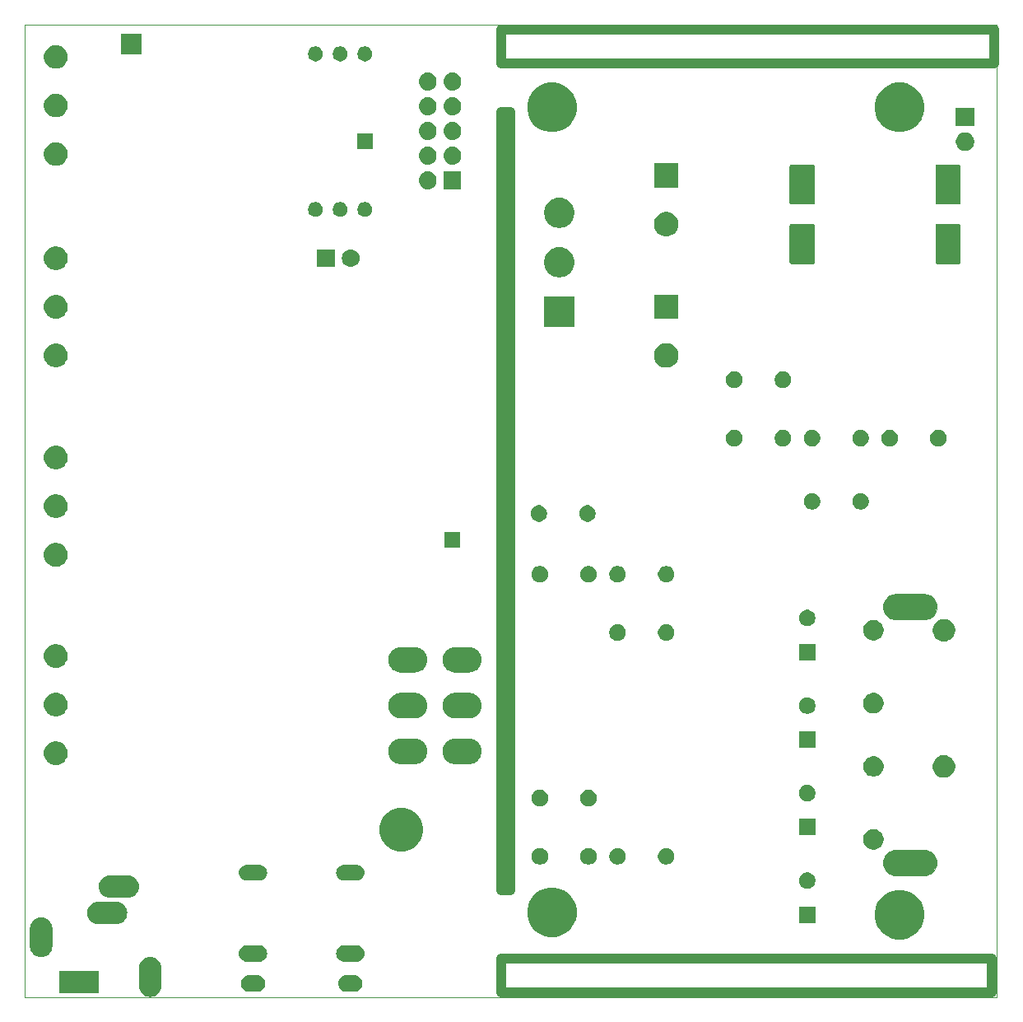
<source format=gbr>
%TF.GenerationSoftware,KiCad,Pcbnew,(5.1.0)-1*%
%TF.CreationDate,2019-09-28T12:36:15+02:00*%
%TF.ProjectId,KicadJE_AteOhAte,4b696361-644a-4455-9f41-74654f684174,rev?*%
%TF.SameCoordinates,Original*%
%TF.FileFunction,Soldermask,Top*%
%TF.FilePolarity,Negative*%
%FSLAX46Y46*%
G04 Gerber Fmt 4.6, Leading zero omitted, Abs format (unit mm)*
G04 Created by KiCad (PCBNEW (5.1.0)-1) date 2019-09-28 12:36:15*
%MOMM*%
%LPD*%
G04 APERTURE LIST*
%ADD10C,1.000000*%
%ADD11C,0.050000*%
%ADD12C,0.002000*%
%ADD13C,0.150000*%
G04 APERTURE END LIST*
D10*
X149750000Y-50500000D02*
X149750000Y-54000000D01*
X99000000Y-50500000D02*
X99000000Y-54000000D01*
X99000000Y-54000000D02*
X149750000Y-54000000D01*
X99000000Y-50500000D02*
X149750000Y-50500000D01*
X99000000Y-146000000D02*
X149500000Y-146000000D01*
X99000000Y-149500000D02*
X149500000Y-149500000D01*
X149500000Y-146000000D02*
X149500000Y-149500000D01*
X99000000Y-146000000D02*
X99000000Y-149500000D01*
X99000000Y-59000000D02*
X100000000Y-59000000D01*
X99000000Y-139000000D02*
X100000000Y-139000000D01*
X100000000Y-59000000D02*
X100000000Y-139000000D01*
X99000000Y-59000000D02*
X99000000Y-139000000D01*
D11*
X50000000Y-150000000D02*
X50000000Y-50000000D01*
X150000000Y-150000000D02*
X50000000Y-150000000D01*
X150000000Y-50000000D02*
X150000000Y-150000000D01*
X50000000Y-50000000D02*
X150000000Y-50000000D01*
D12*
G36*
X142525000Y-137452000D02*
G01*
X142729000Y-137436000D01*
X142927000Y-137388000D01*
X143116000Y-137310000D01*
X143290000Y-137203000D01*
X143445000Y-137070000D01*
X143578000Y-136915000D01*
X143685000Y-136741000D01*
X143763000Y-136552000D01*
X143811000Y-136354000D01*
X143827000Y-136150000D01*
X143811000Y-135946000D01*
X143763000Y-135748000D01*
X143685000Y-135559000D01*
X143578000Y-135385000D01*
X143445000Y-135230000D01*
X143290000Y-135097000D01*
X143116000Y-134990000D01*
X142927000Y-134912000D01*
X142729000Y-134864000D01*
X142525000Y-134848000D01*
X139625000Y-134848000D01*
X139421000Y-134864000D01*
X139223000Y-134912000D01*
X139034000Y-134990000D01*
X138860000Y-135097000D01*
X138705000Y-135230000D01*
X138572000Y-135385000D01*
X138465000Y-135559000D01*
X138387000Y-135748000D01*
X138339000Y-135946000D01*
X138323000Y-136150000D01*
X138339000Y-136354000D01*
X138387000Y-136552000D01*
X138465000Y-136741000D01*
X138572000Y-136915000D01*
X138705000Y-137070000D01*
X138860000Y-137203000D01*
X139034000Y-137310000D01*
X139223000Y-137388000D01*
X139421000Y-137436000D01*
X139625000Y-137452000D01*
X142525000Y-137452000D01*
G37*
X142525000Y-137452000D02*
X142729000Y-137436000D01*
X142927000Y-137388000D01*
X143116000Y-137310000D01*
X143290000Y-137203000D01*
X143445000Y-137070000D01*
X143578000Y-136915000D01*
X143685000Y-136741000D01*
X143763000Y-136552000D01*
X143811000Y-136354000D01*
X143827000Y-136150000D01*
X143811000Y-135946000D01*
X143763000Y-135748000D01*
X143685000Y-135559000D01*
X143578000Y-135385000D01*
X143445000Y-135230000D01*
X143290000Y-135097000D01*
X143116000Y-134990000D01*
X142927000Y-134912000D01*
X142729000Y-134864000D01*
X142525000Y-134848000D01*
X139625000Y-134848000D01*
X139421000Y-134864000D01*
X139223000Y-134912000D01*
X139034000Y-134990000D01*
X138860000Y-135097000D01*
X138705000Y-135230000D01*
X138572000Y-135385000D01*
X138465000Y-135559000D01*
X138387000Y-135748000D01*
X138339000Y-135946000D01*
X138323000Y-136150000D01*
X138339000Y-136354000D01*
X138387000Y-136552000D01*
X138465000Y-136741000D01*
X138572000Y-136915000D01*
X138705000Y-137070000D01*
X138860000Y-137203000D01*
X139034000Y-137310000D01*
X139223000Y-137388000D01*
X139421000Y-137436000D01*
X139625000Y-137452000D01*
X142525000Y-137452000D01*
G36*
X142525000Y-111152000D02*
G01*
X142729000Y-111136000D01*
X142927000Y-111088000D01*
X143116000Y-111010000D01*
X143290000Y-110903000D01*
X143445000Y-110770000D01*
X143578000Y-110615000D01*
X143685000Y-110441000D01*
X143763000Y-110252000D01*
X143811000Y-110054000D01*
X143827000Y-109850000D01*
X143811000Y-109646000D01*
X143763000Y-109448000D01*
X143685000Y-109259000D01*
X143578000Y-109085000D01*
X143445000Y-108930000D01*
X143290000Y-108797000D01*
X143116000Y-108690000D01*
X142927000Y-108612000D01*
X142729000Y-108564000D01*
X142525000Y-108548000D01*
X139625000Y-108548000D01*
X139421000Y-108564000D01*
X139223000Y-108612000D01*
X139034000Y-108690000D01*
X138860000Y-108797000D01*
X138705000Y-108930000D01*
X138572000Y-109085000D01*
X138465000Y-109259000D01*
X138387000Y-109448000D01*
X138339000Y-109646000D01*
X138323000Y-109850000D01*
X138339000Y-110054000D01*
X138387000Y-110252000D01*
X138465000Y-110441000D01*
X138572000Y-110615000D01*
X138705000Y-110770000D01*
X138860000Y-110903000D01*
X139034000Y-111010000D01*
X139223000Y-111088000D01*
X139421000Y-111136000D01*
X139625000Y-111152000D01*
X142525000Y-111152000D01*
G37*
X142525000Y-111152000D02*
X142729000Y-111136000D01*
X142927000Y-111088000D01*
X143116000Y-111010000D01*
X143290000Y-110903000D01*
X143445000Y-110770000D01*
X143578000Y-110615000D01*
X143685000Y-110441000D01*
X143763000Y-110252000D01*
X143811000Y-110054000D01*
X143827000Y-109850000D01*
X143811000Y-109646000D01*
X143763000Y-109448000D01*
X143685000Y-109259000D01*
X143578000Y-109085000D01*
X143445000Y-108930000D01*
X143290000Y-108797000D01*
X143116000Y-108690000D01*
X142927000Y-108612000D01*
X142729000Y-108564000D01*
X142525000Y-108548000D01*
X139625000Y-108548000D01*
X139421000Y-108564000D01*
X139223000Y-108612000D01*
X139034000Y-108690000D01*
X138860000Y-108797000D01*
X138705000Y-108930000D01*
X138572000Y-109085000D01*
X138465000Y-109259000D01*
X138387000Y-109448000D01*
X138339000Y-109646000D01*
X138323000Y-109850000D01*
X138339000Y-110054000D01*
X138387000Y-110252000D01*
X138465000Y-110441000D01*
X138572000Y-110615000D01*
X138705000Y-110770000D01*
X138860000Y-110903000D01*
X139034000Y-111010000D01*
X139223000Y-111088000D01*
X139421000Y-111136000D01*
X139625000Y-111152000D01*
X142525000Y-111152000D01*
D13*
G36*
X63125634Y-145865654D02*
G01*
X63342599Y-145931470D01*
X63342601Y-145931471D01*
X63542553Y-146038347D01*
X63542555Y-146038348D01*
X63542554Y-146038348D01*
X63717818Y-146182182D01*
X63782652Y-146261183D01*
X63861653Y-146357445D01*
X63968529Y-146557398D01*
X63968530Y-146557400D01*
X64034346Y-146774365D01*
X64051000Y-146943457D01*
X64051000Y-148856543D01*
X64034346Y-149025635D01*
X64025415Y-149055078D01*
X63968529Y-149242602D01*
X63861653Y-149442555D01*
X63717818Y-149617818D01*
X63542555Y-149761653D01*
X63342602Y-149868529D01*
X63342600Y-149868530D01*
X63125635Y-149934346D01*
X62900000Y-149956569D01*
X62674366Y-149934346D01*
X62457401Y-149868530D01*
X62457399Y-149868529D01*
X62257446Y-149761653D01*
X62082183Y-149617818D01*
X61938348Y-149442555D01*
X61831472Y-149242602D01*
X61774587Y-149055078D01*
X61765655Y-149025635D01*
X61749000Y-148856543D01*
X61749000Y-146943458D01*
X61765654Y-146774366D01*
X61831470Y-146557401D01*
X61938348Y-146357446D01*
X62082182Y-146182182D01*
X62161183Y-146117348D01*
X62257445Y-146038347D01*
X62457398Y-145931471D01*
X62457400Y-145931470D01*
X62674365Y-145865654D01*
X62900000Y-145843431D01*
X63125634Y-145865654D01*
X63125634Y-145865654D01*
G37*
G36*
X57651000Y-149551000D02*
G01*
X53549000Y-149551000D01*
X53549000Y-147249000D01*
X57651000Y-147249000D01*
X57651000Y-149551000D01*
X57651000Y-149551000D01*
G37*
G36*
X84066823Y-147741313D02*
G01*
X84227242Y-147789976D01*
X84359906Y-147860886D01*
X84375078Y-147868996D01*
X84504659Y-147975341D01*
X84611004Y-148104922D01*
X84611005Y-148104924D01*
X84690024Y-148252758D01*
X84738687Y-148413177D01*
X84755117Y-148580000D01*
X84738687Y-148746823D01*
X84690024Y-148907242D01*
X84619114Y-149039906D01*
X84611004Y-149055078D01*
X84504659Y-149184659D01*
X84375078Y-149291004D01*
X84375076Y-149291005D01*
X84227242Y-149370024D01*
X84066823Y-149418687D01*
X83941804Y-149431000D01*
X83058196Y-149431000D01*
X82933177Y-149418687D01*
X82772758Y-149370024D01*
X82624924Y-149291005D01*
X82624922Y-149291004D01*
X82495341Y-149184659D01*
X82388996Y-149055078D01*
X82380886Y-149039906D01*
X82309976Y-148907242D01*
X82261313Y-148746823D01*
X82244883Y-148580000D01*
X82261313Y-148413177D01*
X82309976Y-148252758D01*
X82388995Y-148104924D01*
X82388996Y-148104922D01*
X82495341Y-147975341D01*
X82624922Y-147868996D01*
X82640094Y-147860886D01*
X82772758Y-147789976D01*
X82933177Y-147741313D01*
X83058196Y-147729000D01*
X83941804Y-147729000D01*
X84066823Y-147741313D01*
X84066823Y-147741313D01*
G37*
G36*
X74066823Y-147741313D02*
G01*
X74227242Y-147789976D01*
X74359906Y-147860886D01*
X74375078Y-147868996D01*
X74504659Y-147975341D01*
X74611004Y-148104922D01*
X74611005Y-148104924D01*
X74690024Y-148252758D01*
X74738687Y-148413177D01*
X74755117Y-148580000D01*
X74738687Y-148746823D01*
X74690024Y-148907242D01*
X74619114Y-149039906D01*
X74611004Y-149055078D01*
X74504659Y-149184659D01*
X74375078Y-149291004D01*
X74375076Y-149291005D01*
X74227242Y-149370024D01*
X74066823Y-149418687D01*
X73941804Y-149431000D01*
X73058196Y-149431000D01*
X72933177Y-149418687D01*
X72772758Y-149370024D01*
X72624924Y-149291005D01*
X72624922Y-149291004D01*
X72495341Y-149184659D01*
X72388996Y-149055078D01*
X72380886Y-149039906D01*
X72309976Y-148907242D01*
X72261313Y-148746823D01*
X72244883Y-148580000D01*
X72261313Y-148413177D01*
X72309976Y-148252758D01*
X72388995Y-148104924D01*
X72388996Y-148104922D01*
X72495341Y-147975341D01*
X72624922Y-147868996D01*
X72640094Y-147860886D01*
X72772758Y-147789976D01*
X72933177Y-147741313D01*
X73058196Y-147729000D01*
X73941804Y-147729000D01*
X74066823Y-147741313D01*
X74066823Y-147741313D01*
G37*
G36*
X84266823Y-144641313D02*
G01*
X84427242Y-144689976D01*
X84551780Y-144756543D01*
X84575078Y-144768996D01*
X84704659Y-144875341D01*
X84811004Y-145004922D01*
X84811005Y-145004924D01*
X84890024Y-145152758D01*
X84938687Y-145313177D01*
X84955117Y-145480000D01*
X84938687Y-145646823D01*
X84890024Y-145807242D01*
X84863658Y-145856569D01*
X84811004Y-145955078D01*
X84704659Y-146084659D01*
X84575078Y-146191004D01*
X84575076Y-146191005D01*
X84427242Y-146270024D01*
X84266823Y-146318687D01*
X84141804Y-146331000D01*
X82858196Y-146331000D01*
X82733177Y-146318687D01*
X82572758Y-146270024D01*
X82424924Y-146191005D01*
X82424922Y-146191004D01*
X82295341Y-146084659D01*
X82188996Y-145955078D01*
X82136342Y-145856569D01*
X82109976Y-145807242D01*
X82061313Y-145646823D01*
X82044883Y-145480000D01*
X82061313Y-145313177D01*
X82109976Y-145152758D01*
X82188995Y-145004924D01*
X82188996Y-145004922D01*
X82295341Y-144875341D01*
X82424922Y-144768996D01*
X82448220Y-144756543D01*
X82572758Y-144689976D01*
X82733177Y-144641313D01*
X82858196Y-144629000D01*
X84141804Y-144629000D01*
X84266823Y-144641313D01*
X84266823Y-144641313D01*
G37*
G36*
X74266823Y-144641313D02*
G01*
X74427242Y-144689976D01*
X74551780Y-144756543D01*
X74575078Y-144768996D01*
X74704659Y-144875341D01*
X74811004Y-145004922D01*
X74811005Y-145004924D01*
X74890024Y-145152758D01*
X74938687Y-145313177D01*
X74955117Y-145480000D01*
X74938687Y-145646823D01*
X74890024Y-145807242D01*
X74863658Y-145856569D01*
X74811004Y-145955078D01*
X74704659Y-146084659D01*
X74575078Y-146191004D01*
X74575076Y-146191005D01*
X74427242Y-146270024D01*
X74266823Y-146318687D01*
X74141804Y-146331000D01*
X72858196Y-146331000D01*
X72733177Y-146318687D01*
X72572758Y-146270024D01*
X72424924Y-146191005D01*
X72424922Y-146191004D01*
X72295341Y-146084659D01*
X72188996Y-145955078D01*
X72136342Y-145856569D01*
X72109976Y-145807242D01*
X72061313Y-145646823D01*
X72044883Y-145480000D01*
X72061313Y-145313177D01*
X72109976Y-145152758D01*
X72188995Y-145004924D01*
X72188996Y-145004922D01*
X72295341Y-144875341D01*
X72424922Y-144768996D01*
X72448220Y-144756543D01*
X72572758Y-144689976D01*
X72733177Y-144641313D01*
X72858196Y-144629000D01*
X74141804Y-144629000D01*
X74266823Y-144641313D01*
X74266823Y-144641313D01*
G37*
G36*
X51925634Y-141765654D02*
G01*
X52142599Y-141831470D01*
X52142601Y-141831471D01*
X52342553Y-141938347D01*
X52342555Y-141938348D01*
X52342554Y-141938348D01*
X52517818Y-142082182D01*
X52552814Y-142124825D01*
X52661653Y-142257445D01*
X52765109Y-142451000D01*
X52768530Y-142457400D01*
X52834235Y-142674000D01*
X52834346Y-142674366D01*
X52851000Y-142843455D01*
X52851000Y-144756545D01*
X52839897Y-144869271D01*
X52834346Y-144925635D01*
X52810294Y-145004924D01*
X52768529Y-145142602D01*
X52661653Y-145342555D01*
X52517818Y-145517818D01*
X52342555Y-145661653D01*
X52142602Y-145768529D01*
X52142600Y-145768530D01*
X51925635Y-145834346D01*
X51700000Y-145856569D01*
X51474366Y-145834346D01*
X51257401Y-145768530D01*
X51257399Y-145768529D01*
X51057446Y-145661653D01*
X50882183Y-145517818D01*
X50738348Y-145342555D01*
X50631472Y-145142602D01*
X50589708Y-145004924D01*
X50565655Y-144925635D01*
X50557327Y-144841089D01*
X50549000Y-144756544D01*
X50549000Y-142843456D01*
X50565654Y-142674367D01*
X50565654Y-142674366D01*
X50631470Y-142457401D01*
X50648172Y-142426154D01*
X50738347Y-142257447D01*
X50805062Y-142176154D01*
X50882182Y-142082182D01*
X50989513Y-141994098D01*
X51057445Y-141938347D01*
X51257398Y-141831471D01*
X51257400Y-141831470D01*
X51474365Y-141765654D01*
X51700000Y-141743431D01*
X51925634Y-141765654D01*
X51925634Y-141765654D01*
G37*
G36*
X140744098Y-139047033D02*
G01*
X141208350Y-139239332D01*
X141208352Y-139239333D01*
X141626168Y-139518509D01*
X141981491Y-139873832D01*
X142260667Y-140291648D01*
X142260668Y-140291650D01*
X142452967Y-140755902D01*
X142551000Y-141248747D01*
X142551000Y-141751253D01*
X142452967Y-142244098D01*
X142274744Y-142674367D01*
X142260667Y-142708352D01*
X141981491Y-143126168D01*
X141626168Y-143481491D01*
X141208352Y-143760667D01*
X141208351Y-143760668D01*
X141208350Y-143760668D01*
X140744098Y-143952967D01*
X140251253Y-144051000D01*
X139748747Y-144051000D01*
X139255902Y-143952967D01*
X138791650Y-143760668D01*
X138791649Y-143760668D01*
X138791648Y-143760667D01*
X138373832Y-143481491D01*
X138018509Y-143126168D01*
X137739333Y-142708352D01*
X137725256Y-142674367D01*
X137547033Y-142244098D01*
X137449000Y-141751253D01*
X137449000Y-141248747D01*
X137547033Y-140755902D01*
X137739332Y-140291650D01*
X137739333Y-140291648D01*
X138018509Y-139873832D01*
X138373832Y-139518509D01*
X138791648Y-139239333D01*
X138791650Y-139239332D01*
X139255902Y-139047033D01*
X139748747Y-138949000D01*
X140251253Y-138949000D01*
X140744098Y-139047033D01*
X140744098Y-139047033D01*
G37*
G36*
X104994098Y-138797033D02*
G01*
X105458350Y-138989332D01*
X105458352Y-138989333D01*
X105876168Y-139268509D01*
X106231491Y-139623832D01*
X106424370Y-139912496D01*
X106510668Y-140041650D01*
X106702967Y-140505902D01*
X106801000Y-140998747D01*
X106801000Y-141501253D01*
X106702967Y-141994098D01*
X106511061Y-142457401D01*
X106510667Y-142458352D01*
X106231491Y-142876168D01*
X105876168Y-143231491D01*
X105458352Y-143510667D01*
X105458351Y-143510668D01*
X105458350Y-143510668D01*
X104994098Y-143702967D01*
X104501253Y-143801000D01*
X103998747Y-143801000D01*
X103505902Y-143702967D01*
X103041650Y-143510668D01*
X103041649Y-143510668D01*
X103041648Y-143510667D01*
X102623832Y-143231491D01*
X102268509Y-142876168D01*
X101989333Y-142458352D01*
X101988939Y-142457401D01*
X101797033Y-141994098D01*
X101699000Y-141501253D01*
X101699000Y-140998747D01*
X101797033Y-140505902D01*
X101989332Y-140041650D01*
X102075630Y-139912496D01*
X102268509Y-139623832D01*
X102623832Y-139268509D01*
X103041648Y-138989333D01*
X103041650Y-138989332D01*
X103505902Y-138797033D01*
X103998747Y-138699000D01*
X104501253Y-138699000D01*
X104994098Y-138797033D01*
X104994098Y-138797033D01*
G37*
G36*
X59569271Y-140160103D02*
G01*
X59625635Y-140165654D01*
X59842600Y-140231470D01*
X59842602Y-140231471D01*
X60042555Y-140338347D01*
X60217818Y-140482182D01*
X60361653Y-140657445D01*
X60468529Y-140857398D01*
X60468530Y-140857400D01*
X60534346Y-141074365D01*
X60556569Y-141300000D01*
X60534346Y-141525635D01*
X60528648Y-141544420D01*
X60468529Y-141742602D01*
X60361653Y-141942555D01*
X60217818Y-142117818D01*
X60042555Y-142261653D01*
X59854450Y-142362196D01*
X59842600Y-142368530D01*
X59625635Y-142434346D01*
X59569271Y-142439897D01*
X59456545Y-142451000D01*
X57543455Y-142451000D01*
X57430729Y-142439897D01*
X57374365Y-142434346D01*
X57157400Y-142368530D01*
X57145550Y-142362196D01*
X56957445Y-142261653D01*
X56782182Y-142117818D01*
X56638347Y-141942555D01*
X56531471Y-141742602D01*
X56471353Y-141544420D01*
X56465654Y-141525635D01*
X56443431Y-141300000D01*
X56465654Y-141074365D01*
X56531470Y-140857400D01*
X56531471Y-140857398D01*
X56638347Y-140657445D01*
X56782182Y-140482182D01*
X56957445Y-140338347D01*
X57157398Y-140231471D01*
X57157400Y-140231470D01*
X57374365Y-140165654D01*
X57430729Y-140160103D01*
X57543455Y-140149000D01*
X59456545Y-140149000D01*
X59569271Y-140160103D01*
X59569271Y-140160103D01*
G37*
G36*
X131351000Y-142351000D02*
G01*
X129649000Y-142351000D01*
X129649000Y-140649000D01*
X131351000Y-140649000D01*
X131351000Y-142351000D01*
X131351000Y-142351000D01*
G37*
G36*
X60743049Y-137457520D02*
G01*
X60825635Y-137465654D01*
X61042600Y-137531470D01*
X61042602Y-137531471D01*
X61242555Y-137638347D01*
X61417818Y-137782182D01*
X61561653Y-137957445D01*
X61629198Y-138083815D01*
X61668530Y-138157400D01*
X61734346Y-138374365D01*
X61756569Y-138600000D01*
X61734346Y-138825635D01*
X61684689Y-138989332D01*
X61668529Y-139042602D01*
X61561653Y-139242555D01*
X61417818Y-139417818D01*
X61242555Y-139561653D01*
X61053889Y-139662496D01*
X61042600Y-139668530D01*
X60825635Y-139734346D01*
X60769271Y-139739897D01*
X60656545Y-139751000D01*
X58743455Y-139751000D01*
X58630729Y-139739897D01*
X58574365Y-139734346D01*
X58357400Y-139668530D01*
X58346111Y-139662496D01*
X58157445Y-139561653D01*
X57982182Y-139417818D01*
X57838347Y-139242555D01*
X57731471Y-139042602D01*
X57715312Y-138989332D01*
X57665654Y-138825635D01*
X57643431Y-138600000D01*
X57665654Y-138374365D01*
X57731470Y-138157400D01*
X57770802Y-138083815D01*
X57838347Y-137957445D01*
X57982182Y-137782182D01*
X58157445Y-137638347D01*
X58357398Y-137531471D01*
X58357400Y-137531470D01*
X58574365Y-137465654D01*
X58656951Y-137457520D01*
X58743455Y-137449000D01*
X60656545Y-137449000D01*
X60743049Y-137457520D01*
X60743049Y-137457520D01*
G37*
G36*
X130748228Y-137181703D02*
G01*
X130903100Y-137245853D01*
X131042481Y-137338985D01*
X131161015Y-137457519D01*
X131254147Y-137596900D01*
X131318297Y-137751772D01*
X131351000Y-137916184D01*
X131351000Y-138083816D01*
X131318297Y-138248228D01*
X131254147Y-138403100D01*
X131161015Y-138542481D01*
X131042481Y-138661015D01*
X130903100Y-138754147D01*
X130748228Y-138818297D01*
X130583816Y-138851000D01*
X130416184Y-138851000D01*
X130251772Y-138818297D01*
X130096900Y-138754147D01*
X129957519Y-138661015D01*
X129838985Y-138542481D01*
X129745853Y-138403100D01*
X129681703Y-138248228D01*
X129649000Y-138083816D01*
X129649000Y-137916184D01*
X129681703Y-137751772D01*
X129745853Y-137596900D01*
X129838985Y-137457519D01*
X129957519Y-137338985D01*
X130096900Y-137245853D01*
X130251772Y-137181703D01*
X130416184Y-137149000D01*
X130583816Y-137149000D01*
X130748228Y-137181703D01*
X130748228Y-137181703D01*
G37*
G36*
X84228571Y-136382863D02*
G01*
X84307023Y-136390590D01*
X84407682Y-136421125D01*
X84458013Y-136436392D01*
X84597165Y-136510771D01*
X84719133Y-136610867D01*
X84819229Y-136732835D01*
X84893608Y-136871987D01*
X84893608Y-136871988D01*
X84939410Y-137022977D01*
X84954875Y-137180000D01*
X84939410Y-137337023D01*
X84920003Y-137401000D01*
X84893608Y-137488013D01*
X84819229Y-137627165D01*
X84719133Y-137749133D01*
X84597165Y-137849229D01*
X84458013Y-137923608D01*
X84407682Y-137938875D01*
X84307023Y-137969410D01*
X84228571Y-137977137D01*
X84189346Y-137981000D01*
X82810654Y-137981000D01*
X82771429Y-137977137D01*
X82692977Y-137969410D01*
X82592318Y-137938875D01*
X82541987Y-137923608D01*
X82402835Y-137849229D01*
X82280867Y-137749133D01*
X82180771Y-137627165D01*
X82106392Y-137488013D01*
X82079997Y-137401000D01*
X82060590Y-137337023D01*
X82045125Y-137180000D01*
X82060590Y-137022977D01*
X82106392Y-136871988D01*
X82106392Y-136871987D01*
X82180771Y-136732835D01*
X82280867Y-136610867D01*
X82402835Y-136510771D01*
X82541987Y-136436392D01*
X82592318Y-136421125D01*
X82692977Y-136390590D01*
X82771429Y-136382863D01*
X82810654Y-136379000D01*
X84189346Y-136379000D01*
X84228571Y-136382863D01*
X84228571Y-136382863D01*
G37*
G36*
X74228571Y-136382863D02*
G01*
X74307023Y-136390590D01*
X74407682Y-136421125D01*
X74458013Y-136436392D01*
X74597165Y-136510771D01*
X74719133Y-136610867D01*
X74819229Y-136732835D01*
X74893608Y-136871987D01*
X74893608Y-136871988D01*
X74939410Y-137022977D01*
X74954875Y-137180000D01*
X74939410Y-137337023D01*
X74920003Y-137401000D01*
X74893608Y-137488013D01*
X74819229Y-137627165D01*
X74719133Y-137749133D01*
X74597165Y-137849229D01*
X74458013Y-137923608D01*
X74407682Y-137938875D01*
X74307023Y-137969410D01*
X74228571Y-137977137D01*
X74189346Y-137981000D01*
X72810654Y-137981000D01*
X72771429Y-137977137D01*
X72692977Y-137969410D01*
X72592318Y-137938875D01*
X72541987Y-137923608D01*
X72402835Y-137849229D01*
X72280867Y-137749133D01*
X72180771Y-137627165D01*
X72106392Y-137488013D01*
X72079997Y-137401000D01*
X72060590Y-137337023D01*
X72045125Y-137180000D01*
X72060590Y-137022977D01*
X72106392Y-136871988D01*
X72106392Y-136871987D01*
X72180771Y-136732835D01*
X72280867Y-136610867D01*
X72402835Y-136510771D01*
X72541987Y-136436392D01*
X72592318Y-136421125D01*
X72692977Y-136390590D01*
X72771429Y-136382863D01*
X72810654Y-136379000D01*
X74189346Y-136379000D01*
X74228571Y-136382863D01*
X74228571Y-136382863D01*
G37*
G36*
X142520239Y-134917101D02*
G01*
X142756053Y-134988634D01*
X142973381Y-135104799D01*
X143163871Y-135261129D01*
X143320201Y-135451619D01*
X143436366Y-135668947D01*
X143507899Y-135904761D01*
X143532053Y-136150000D01*
X143507899Y-136395239D01*
X143436366Y-136631053D01*
X143320201Y-136848381D01*
X143163871Y-137038871D01*
X142973381Y-137195201D01*
X142756053Y-137311366D01*
X142520239Y-137382899D01*
X142336457Y-137401000D01*
X139813543Y-137401000D01*
X139629761Y-137382899D01*
X139393947Y-137311366D01*
X139176619Y-137195201D01*
X138986129Y-137038871D01*
X138829799Y-136848381D01*
X138713634Y-136631053D01*
X138642101Y-136395239D01*
X138617947Y-136150000D01*
X138642101Y-135904761D01*
X138713634Y-135668947D01*
X138829799Y-135451619D01*
X138986129Y-135261129D01*
X139176619Y-135104799D01*
X139393947Y-134988634D01*
X139629761Y-134917101D01*
X139813543Y-134899000D01*
X142336457Y-134899000D01*
X142520239Y-134917101D01*
X142520239Y-134917101D01*
G37*
G36*
X111248228Y-134681703D02*
G01*
X111403100Y-134745853D01*
X111542481Y-134838985D01*
X111661015Y-134957519D01*
X111754147Y-135096900D01*
X111818297Y-135251772D01*
X111851000Y-135416184D01*
X111851000Y-135583816D01*
X111818297Y-135748228D01*
X111754147Y-135903100D01*
X111661015Y-136042481D01*
X111542481Y-136161015D01*
X111403100Y-136254147D01*
X111248228Y-136318297D01*
X111083816Y-136351000D01*
X110916184Y-136351000D01*
X110751772Y-136318297D01*
X110596900Y-136254147D01*
X110457519Y-136161015D01*
X110338985Y-136042481D01*
X110245853Y-135903100D01*
X110181703Y-135748228D01*
X110149000Y-135583816D01*
X110149000Y-135416184D01*
X110181703Y-135251772D01*
X110245853Y-135096900D01*
X110338985Y-134957519D01*
X110457519Y-134838985D01*
X110596900Y-134745853D01*
X110751772Y-134681703D01*
X110916184Y-134649000D01*
X111083816Y-134649000D01*
X111248228Y-134681703D01*
X111248228Y-134681703D01*
G37*
G36*
X116248228Y-134681703D02*
G01*
X116403100Y-134745853D01*
X116542481Y-134838985D01*
X116661015Y-134957519D01*
X116754147Y-135096900D01*
X116818297Y-135251772D01*
X116851000Y-135416184D01*
X116851000Y-135583816D01*
X116818297Y-135748228D01*
X116754147Y-135903100D01*
X116661015Y-136042481D01*
X116542481Y-136161015D01*
X116403100Y-136254147D01*
X116248228Y-136318297D01*
X116083816Y-136351000D01*
X115916184Y-136351000D01*
X115751772Y-136318297D01*
X115596900Y-136254147D01*
X115457519Y-136161015D01*
X115338985Y-136042481D01*
X115245853Y-135903100D01*
X115181703Y-135748228D01*
X115149000Y-135583816D01*
X115149000Y-135416184D01*
X115181703Y-135251772D01*
X115245853Y-135096900D01*
X115338985Y-134957519D01*
X115457519Y-134838985D01*
X115596900Y-134745853D01*
X115751772Y-134681703D01*
X115916184Y-134649000D01*
X116083816Y-134649000D01*
X116248228Y-134681703D01*
X116248228Y-134681703D01*
G37*
G36*
X103248228Y-134681703D02*
G01*
X103403100Y-134745853D01*
X103542481Y-134838985D01*
X103661015Y-134957519D01*
X103754147Y-135096900D01*
X103818297Y-135251772D01*
X103851000Y-135416184D01*
X103851000Y-135583816D01*
X103818297Y-135748228D01*
X103754147Y-135903100D01*
X103661015Y-136042481D01*
X103542481Y-136161015D01*
X103403100Y-136254147D01*
X103248228Y-136318297D01*
X103083816Y-136351000D01*
X102916184Y-136351000D01*
X102751772Y-136318297D01*
X102596900Y-136254147D01*
X102457519Y-136161015D01*
X102338985Y-136042481D01*
X102245853Y-135903100D01*
X102181703Y-135748228D01*
X102149000Y-135583816D01*
X102149000Y-135416184D01*
X102181703Y-135251772D01*
X102245853Y-135096900D01*
X102338985Y-134957519D01*
X102457519Y-134838985D01*
X102596900Y-134745853D01*
X102751772Y-134681703D01*
X102916184Y-134649000D01*
X103083816Y-134649000D01*
X103248228Y-134681703D01*
X103248228Y-134681703D01*
G37*
G36*
X108248228Y-134681703D02*
G01*
X108403100Y-134745853D01*
X108542481Y-134838985D01*
X108661015Y-134957519D01*
X108754147Y-135096900D01*
X108818297Y-135251772D01*
X108851000Y-135416184D01*
X108851000Y-135583816D01*
X108818297Y-135748228D01*
X108754147Y-135903100D01*
X108661015Y-136042481D01*
X108542481Y-136161015D01*
X108403100Y-136254147D01*
X108248228Y-136318297D01*
X108083816Y-136351000D01*
X107916184Y-136351000D01*
X107751772Y-136318297D01*
X107596900Y-136254147D01*
X107457519Y-136161015D01*
X107338985Y-136042481D01*
X107245853Y-135903100D01*
X107181703Y-135748228D01*
X107149000Y-135583816D01*
X107149000Y-135416184D01*
X107181703Y-135251772D01*
X107245853Y-135096900D01*
X107338985Y-134957519D01*
X107457519Y-134838985D01*
X107596900Y-134745853D01*
X107751772Y-134681703D01*
X107916184Y-134649000D01*
X108083816Y-134649000D01*
X108248228Y-134681703D01*
X108248228Y-134681703D01*
G37*
G36*
X89025880Y-130509776D02*
G01*
X89406593Y-130585504D01*
X89816249Y-130755189D01*
X90184929Y-131001534D01*
X90498466Y-131315071D01*
X90744811Y-131683751D01*
X90914496Y-132093407D01*
X91001000Y-132528296D01*
X91001000Y-132971704D01*
X90914496Y-133406593D01*
X90744811Y-133816249D01*
X90498466Y-134184929D01*
X90184929Y-134498466D01*
X89816249Y-134744811D01*
X89406593Y-134914496D01*
X89025880Y-134990224D01*
X88971705Y-135001000D01*
X88528295Y-135001000D01*
X88474120Y-134990224D01*
X88093407Y-134914496D01*
X87683751Y-134744811D01*
X87315071Y-134498466D01*
X87001534Y-134184929D01*
X86755189Y-133816249D01*
X86585504Y-133406593D01*
X86499000Y-132971704D01*
X86499000Y-132528296D01*
X86585504Y-132093407D01*
X86755189Y-131683751D01*
X87001534Y-131315071D01*
X87315071Y-131001534D01*
X87683751Y-130755189D01*
X88093407Y-130585504D01*
X88474120Y-130509776D01*
X88528295Y-130499000D01*
X88971705Y-130499000D01*
X89025880Y-130509776D01*
X89025880Y-130509776D01*
G37*
G36*
X137631564Y-132739389D02*
G01*
X137822833Y-132818615D01*
X137822835Y-132818616D01*
X137895197Y-132866967D01*
X137994973Y-132933635D01*
X138141365Y-133080027D01*
X138256385Y-133252167D01*
X138335611Y-133443436D01*
X138376000Y-133646484D01*
X138376000Y-133853516D01*
X138335611Y-134056564D01*
X138272033Y-134210055D01*
X138256384Y-134247835D01*
X138141365Y-134419973D01*
X137994973Y-134566365D01*
X137822835Y-134681384D01*
X137822834Y-134681385D01*
X137822833Y-134681385D01*
X137631564Y-134760611D01*
X137428516Y-134801000D01*
X137221484Y-134801000D01*
X137018436Y-134760611D01*
X136827167Y-134681385D01*
X136827166Y-134681385D01*
X136827165Y-134681384D01*
X136655027Y-134566365D01*
X136508635Y-134419973D01*
X136393616Y-134247835D01*
X136377967Y-134210055D01*
X136314389Y-134056564D01*
X136274000Y-133853516D01*
X136274000Y-133646484D01*
X136314389Y-133443436D01*
X136393615Y-133252167D01*
X136508635Y-133080027D01*
X136655027Y-132933635D01*
X136754803Y-132866967D01*
X136827165Y-132818616D01*
X136827167Y-132818615D01*
X137018436Y-132739389D01*
X137221484Y-132699000D01*
X137428516Y-132699000D01*
X137631564Y-132739389D01*
X137631564Y-132739389D01*
G37*
G36*
X131351000Y-133351000D02*
G01*
X129649000Y-133351000D01*
X129649000Y-131649000D01*
X131351000Y-131649000D01*
X131351000Y-133351000D01*
X131351000Y-133351000D01*
G37*
G36*
X103248228Y-128681703D02*
G01*
X103403100Y-128745853D01*
X103542481Y-128838985D01*
X103661015Y-128957519D01*
X103754147Y-129096900D01*
X103818297Y-129251772D01*
X103851000Y-129416184D01*
X103851000Y-129583816D01*
X103818297Y-129748228D01*
X103754147Y-129903100D01*
X103661015Y-130042481D01*
X103542481Y-130161015D01*
X103403100Y-130254147D01*
X103248228Y-130318297D01*
X103083816Y-130351000D01*
X102916184Y-130351000D01*
X102751772Y-130318297D01*
X102596900Y-130254147D01*
X102457519Y-130161015D01*
X102338985Y-130042481D01*
X102245853Y-129903100D01*
X102181703Y-129748228D01*
X102149000Y-129583816D01*
X102149000Y-129416184D01*
X102181703Y-129251772D01*
X102245853Y-129096900D01*
X102338985Y-128957519D01*
X102457519Y-128838985D01*
X102596900Y-128745853D01*
X102751772Y-128681703D01*
X102916184Y-128649000D01*
X103083816Y-128649000D01*
X103248228Y-128681703D01*
X103248228Y-128681703D01*
G37*
G36*
X108248228Y-128681703D02*
G01*
X108403100Y-128745853D01*
X108542481Y-128838985D01*
X108661015Y-128957519D01*
X108754147Y-129096900D01*
X108818297Y-129251772D01*
X108851000Y-129416184D01*
X108851000Y-129583816D01*
X108818297Y-129748228D01*
X108754147Y-129903100D01*
X108661015Y-130042481D01*
X108542481Y-130161015D01*
X108403100Y-130254147D01*
X108248228Y-130318297D01*
X108083816Y-130351000D01*
X107916184Y-130351000D01*
X107751772Y-130318297D01*
X107596900Y-130254147D01*
X107457519Y-130161015D01*
X107338985Y-130042481D01*
X107245853Y-129903100D01*
X107181703Y-129748228D01*
X107149000Y-129583816D01*
X107149000Y-129416184D01*
X107181703Y-129251772D01*
X107245853Y-129096900D01*
X107338985Y-128957519D01*
X107457519Y-128838985D01*
X107596900Y-128745853D01*
X107751772Y-128681703D01*
X107916184Y-128649000D01*
X108083816Y-128649000D01*
X108248228Y-128681703D01*
X108248228Y-128681703D01*
G37*
G36*
X130748228Y-128181703D02*
G01*
X130903100Y-128245853D01*
X131042481Y-128338985D01*
X131161015Y-128457519D01*
X131254147Y-128596900D01*
X131318297Y-128751772D01*
X131351000Y-128916184D01*
X131351000Y-129083816D01*
X131318297Y-129248228D01*
X131254147Y-129403100D01*
X131161015Y-129542481D01*
X131042481Y-129661015D01*
X130903100Y-129754147D01*
X130748228Y-129818297D01*
X130583816Y-129851000D01*
X130416184Y-129851000D01*
X130251772Y-129818297D01*
X130096900Y-129754147D01*
X129957519Y-129661015D01*
X129838985Y-129542481D01*
X129745853Y-129403100D01*
X129681703Y-129248228D01*
X129649000Y-129083816D01*
X129649000Y-128916184D01*
X129681703Y-128751772D01*
X129745853Y-128596900D01*
X129838985Y-128457519D01*
X129957519Y-128338985D01*
X130096900Y-128245853D01*
X130251772Y-128181703D01*
X130416184Y-128149000D01*
X130583816Y-128149000D01*
X130748228Y-128181703D01*
X130748228Y-128181703D01*
G37*
G36*
X144799549Y-125121116D02*
G01*
X144910734Y-125143232D01*
X145120203Y-125229997D01*
X145308720Y-125355960D01*
X145469040Y-125516280D01*
X145541281Y-125624397D01*
X145595004Y-125704799D01*
X145614624Y-125752167D01*
X145679082Y-125907781D01*
X145681768Y-125914267D01*
X145726000Y-126136635D01*
X145726000Y-126363365D01*
X145681768Y-126585733D01*
X145614624Y-126747835D01*
X145595003Y-126795203D01*
X145469040Y-126983720D01*
X145308720Y-127144040D01*
X145120203Y-127270003D01*
X144910734Y-127356768D01*
X144799549Y-127378884D01*
X144688365Y-127401000D01*
X144461635Y-127401000D01*
X144350451Y-127378884D01*
X144239266Y-127356768D01*
X144029797Y-127270003D01*
X143841280Y-127144040D01*
X143680960Y-126983720D01*
X143554997Y-126795203D01*
X143535377Y-126747835D01*
X143468232Y-126585733D01*
X143424000Y-126363365D01*
X143424000Y-126136635D01*
X143468232Y-125914267D01*
X143470919Y-125907781D01*
X143535376Y-125752167D01*
X143554996Y-125704799D01*
X143608719Y-125624397D01*
X143680960Y-125516280D01*
X143841280Y-125355960D01*
X144029797Y-125229997D01*
X144239266Y-125143232D01*
X144350451Y-125121116D01*
X144461635Y-125099000D01*
X144688365Y-125099000D01*
X144799549Y-125121116D01*
X144799549Y-125121116D01*
G37*
G36*
X137631564Y-125239389D02*
G01*
X137822833Y-125318615D01*
X137822835Y-125318616D01*
X137994973Y-125433635D01*
X138141365Y-125580027D01*
X138224734Y-125704797D01*
X138256385Y-125752167D01*
X138335611Y-125943436D01*
X138376000Y-126146484D01*
X138376000Y-126353516D01*
X138335611Y-126556564D01*
X138323528Y-126585734D01*
X138256384Y-126747835D01*
X138141365Y-126919973D01*
X137994973Y-127066365D01*
X137822835Y-127181384D01*
X137822834Y-127181385D01*
X137822833Y-127181385D01*
X137631564Y-127260611D01*
X137428516Y-127301000D01*
X137221484Y-127301000D01*
X137018436Y-127260611D01*
X136827167Y-127181385D01*
X136827166Y-127181385D01*
X136827165Y-127181384D01*
X136655027Y-127066365D01*
X136508635Y-126919973D01*
X136393616Y-126747835D01*
X136326472Y-126585734D01*
X136314389Y-126556564D01*
X136274000Y-126353516D01*
X136274000Y-126146484D01*
X136314389Y-125943436D01*
X136393615Y-125752167D01*
X136425267Y-125704797D01*
X136508635Y-125580027D01*
X136655027Y-125433635D01*
X136827165Y-125318616D01*
X136827167Y-125318615D01*
X137018436Y-125239389D01*
X137221484Y-125199000D01*
X137428516Y-125199000D01*
X137631564Y-125239389D01*
X137631564Y-125239389D01*
G37*
G36*
X53556153Y-123725922D02*
G01*
X53648194Y-123764047D01*
X53778359Y-123817963D01*
X53978342Y-123951587D01*
X54148413Y-124121658D01*
X54282037Y-124321641D01*
X54374078Y-124543848D01*
X54405139Y-124700000D01*
X54421000Y-124779742D01*
X54421000Y-125020258D01*
X54377413Y-125239389D01*
X54374078Y-125256152D01*
X54282037Y-125478359D01*
X54148413Y-125678342D01*
X53978342Y-125848413D01*
X53778359Y-125982037D01*
X53648194Y-126035953D01*
X53556153Y-126074078D01*
X53438205Y-126097539D01*
X53320259Y-126121000D01*
X53079741Y-126121000D01*
X52961795Y-126097539D01*
X52843847Y-126074078D01*
X52751806Y-126035953D01*
X52621641Y-125982037D01*
X52421658Y-125848413D01*
X52251587Y-125678342D01*
X52117963Y-125478359D01*
X52025922Y-125256152D01*
X52022588Y-125239389D01*
X51979000Y-125020258D01*
X51979000Y-124779742D01*
X51994862Y-124700000D01*
X52025922Y-124543848D01*
X52117963Y-124321641D01*
X52251587Y-124121658D01*
X52421658Y-123951587D01*
X52621641Y-123817963D01*
X52751806Y-123764047D01*
X52843847Y-123725922D01*
X53079741Y-123679000D01*
X53320259Y-123679000D01*
X53556153Y-123725922D01*
X53556153Y-123725922D01*
G37*
G36*
X95859473Y-123408413D02*
G01*
X95955040Y-123417825D01*
X96200280Y-123492218D01*
X96426294Y-123613025D01*
X96477899Y-123655376D01*
X96624397Y-123775603D01*
X96744624Y-123922101D01*
X96786975Y-123973706D01*
X96907782Y-124199720D01*
X96982175Y-124444960D01*
X97007294Y-124700000D01*
X96982175Y-124955039D01*
X96907781Y-125200282D01*
X96891898Y-125229997D01*
X96786975Y-125426294D01*
X96780950Y-125433635D01*
X96624397Y-125624397D01*
X96477899Y-125744624D01*
X96426294Y-125786975D01*
X96200280Y-125907782D01*
X95955040Y-125982175D01*
X95859473Y-125991587D01*
X95763906Y-126001000D01*
X94236094Y-126001000D01*
X94140527Y-125991587D01*
X94044960Y-125982175D01*
X93799720Y-125907782D01*
X93573706Y-125786975D01*
X93522101Y-125744624D01*
X93375603Y-125624397D01*
X93219050Y-125433635D01*
X93213025Y-125426294D01*
X93108102Y-125229997D01*
X93092219Y-125200282D01*
X93017825Y-124955039D01*
X92992706Y-124700000D01*
X93017825Y-124444960D01*
X93092218Y-124199720D01*
X93213025Y-123973706D01*
X93255376Y-123922101D01*
X93375603Y-123775603D01*
X93522101Y-123655376D01*
X93573706Y-123613025D01*
X93799720Y-123492218D01*
X94044960Y-123417825D01*
X94140527Y-123408413D01*
X94236094Y-123399000D01*
X95763906Y-123399000D01*
X95859473Y-123408413D01*
X95859473Y-123408413D01*
G37*
G36*
X90271473Y-123408413D02*
G01*
X90367040Y-123417825D01*
X90612280Y-123492218D01*
X90838294Y-123613025D01*
X90889899Y-123655376D01*
X91036397Y-123775603D01*
X91156624Y-123922101D01*
X91198975Y-123973706D01*
X91319782Y-124199720D01*
X91394175Y-124444960D01*
X91419294Y-124700000D01*
X91394175Y-124955039D01*
X91319781Y-125200282D01*
X91303898Y-125229997D01*
X91198975Y-125426294D01*
X91192950Y-125433635D01*
X91036397Y-125624397D01*
X90889899Y-125744624D01*
X90838294Y-125786975D01*
X90612280Y-125907782D01*
X90367040Y-125982175D01*
X90271473Y-125991587D01*
X90175906Y-126001000D01*
X88648094Y-126001000D01*
X88552527Y-125991587D01*
X88456960Y-125982175D01*
X88211720Y-125907782D01*
X87985706Y-125786975D01*
X87934101Y-125744624D01*
X87787603Y-125624397D01*
X87631050Y-125433635D01*
X87625025Y-125426294D01*
X87520102Y-125229997D01*
X87504219Y-125200282D01*
X87429825Y-124955039D01*
X87404706Y-124700000D01*
X87429825Y-124444960D01*
X87504218Y-124199720D01*
X87625025Y-123973706D01*
X87667376Y-123922101D01*
X87787603Y-123775603D01*
X87934101Y-123655376D01*
X87985706Y-123613025D01*
X88211720Y-123492218D01*
X88456960Y-123417825D01*
X88552527Y-123408413D01*
X88648094Y-123399000D01*
X90175906Y-123399000D01*
X90271473Y-123408413D01*
X90271473Y-123408413D01*
G37*
G36*
X131351000Y-124351000D02*
G01*
X129649000Y-124351000D01*
X129649000Y-122649000D01*
X131351000Y-122649000D01*
X131351000Y-124351000D01*
X131351000Y-124351000D01*
G37*
G36*
X90271473Y-118708413D02*
G01*
X90367040Y-118717825D01*
X90612280Y-118792218D01*
X90838294Y-118913025D01*
X90863407Y-118933635D01*
X91036397Y-119075603D01*
X91156624Y-119222101D01*
X91198975Y-119273706D01*
X91319782Y-119499720D01*
X91394175Y-119744960D01*
X91419294Y-120000000D01*
X91394175Y-120255040D01*
X91319782Y-120500280D01*
X91198975Y-120726294D01*
X91156624Y-120777899D01*
X91036397Y-120924397D01*
X90889899Y-121044624D01*
X90838294Y-121086975D01*
X90612280Y-121207782D01*
X90367040Y-121282175D01*
X90271472Y-121291588D01*
X90175906Y-121301000D01*
X88648094Y-121301000D01*
X88552528Y-121291588D01*
X88456960Y-121282175D01*
X88211720Y-121207782D01*
X87985706Y-121086975D01*
X87934101Y-121044624D01*
X87787603Y-120924397D01*
X87667376Y-120777899D01*
X87625025Y-120726294D01*
X87504218Y-120500280D01*
X87429825Y-120255040D01*
X87404706Y-120000000D01*
X87429825Y-119744960D01*
X87504218Y-119499720D01*
X87625025Y-119273706D01*
X87667376Y-119222101D01*
X87787603Y-119075603D01*
X87960593Y-118933635D01*
X87985706Y-118913025D01*
X88211720Y-118792218D01*
X88456960Y-118717825D01*
X88552527Y-118708413D01*
X88648094Y-118699000D01*
X90175906Y-118699000D01*
X90271473Y-118708413D01*
X90271473Y-118708413D01*
G37*
G36*
X95859473Y-118708413D02*
G01*
X95955040Y-118717825D01*
X96200280Y-118792218D01*
X96426294Y-118913025D01*
X96451407Y-118933635D01*
X96624397Y-119075603D01*
X96744624Y-119222101D01*
X96786975Y-119273706D01*
X96907782Y-119499720D01*
X96982175Y-119744960D01*
X97007294Y-120000000D01*
X96982175Y-120255040D01*
X96907782Y-120500280D01*
X96786975Y-120726294D01*
X96744624Y-120777899D01*
X96624397Y-120924397D01*
X96477899Y-121044624D01*
X96426294Y-121086975D01*
X96200280Y-121207782D01*
X95955040Y-121282175D01*
X95859472Y-121291588D01*
X95763906Y-121301000D01*
X94236094Y-121301000D01*
X94140528Y-121291588D01*
X94044960Y-121282175D01*
X93799720Y-121207782D01*
X93573706Y-121086975D01*
X93522101Y-121044624D01*
X93375603Y-120924397D01*
X93255376Y-120777899D01*
X93213025Y-120726294D01*
X93092218Y-120500280D01*
X93017825Y-120255040D01*
X92992706Y-120000000D01*
X93017825Y-119744960D01*
X93092218Y-119499720D01*
X93213025Y-119273706D01*
X93255376Y-119222101D01*
X93375603Y-119075603D01*
X93548593Y-118933635D01*
X93573706Y-118913025D01*
X93799720Y-118792218D01*
X94044960Y-118717825D01*
X94140527Y-118708413D01*
X94236094Y-118699000D01*
X95763906Y-118699000D01*
X95859473Y-118708413D01*
X95859473Y-118708413D01*
G37*
G36*
X53420806Y-118699000D02*
G01*
X53556153Y-118725922D01*
X53588667Y-118739390D01*
X53778359Y-118817963D01*
X53978342Y-118951587D01*
X54148413Y-119121658D01*
X54282037Y-119321641D01*
X54374078Y-119543848D01*
X54415437Y-119751772D01*
X54421000Y-119779742D01*
X54421000Y-120020258D01*
X54374300Y-120255039D01*
X54374078Y-120256152D01*
X54282037Y-120478359D01*
X54148413Y-120678342D01*
X53978342Y-120848413D01*
X53778359Y-120982037D01*
X53648194Y-121035953D01*
X53556153Y-121074078D01*
X53320259Y-121121000D01*
X53079741Y-121121000D01*
X52843847Y-121074078D01*
X52751806Y-121035953D01*
X52621641Y-120982037D01*
X52421658Y-120848413D01*
X52251587Y-120678342D01*
X52117963Y-120478359D01*
X52025922Y-120256152D01*
X52025701Y-120255039D01*
X51979000Y-120020258D01*
X51979000Y-119779742D01*
X51984564Y-119751772D01*
X52025922Y-119543848D01*
X52117963Y-119321641D01*
X52251587Y-119121658D01*
X52421658Y-118951587D01*
X52621641Y-118817963D01*
X52811333Y-118739390D01*
X52843847Y-118725922D01*
X52979194Y-118699000D01*
X53079741Y-118679000D01*
X53320259Y-118679000D01*
X53420806Y-118699000D01*
X53420806Y-118699000D01*
G37*
G36*
X130748228Y-119181703D02*
G01*
X130903100Y-119245853D01*
X131042481Y-119338985D01*
X131161015Y-119457519D01*
X131254147Y-119596900D01*
X131318297Y-119751772D01*
X131351000Y-119916184D01*
X131351000Y-120083816D01*
X131318297Y-120248228D01*
X131254147Y-120403100D01*
X131161015Y-120542481D01*
X131042481Y-120661015D01*
X130903100Y-120754147D01*
X130748228Y-120818297D01*
X130583816Y-120851000D01*
X130416184Y-120851000D01*
X130251772Y-120818297D01*
X130096900Y-120754147D01*
X129957519Y-120661015D01*
X129838985Y-120542481D01*
X129745853Y-120403100D01*
X129681703Y-120248228D01*
X129649000Y-120083816D01*
X129649000Y-119916184D01*
X129681703Y-119751772D01*
X129745853Y-119596900D01*
X129838985Y-119457519D01*
X129957519Y-119338985D01*
X130096900Y-119245853D01*
X130251772Y-119181703D01*
X130416184Y-119149000D01*
X130583816Y-119149000D01*
X130748228Y-119181703D01*
X130748228Y-119181703D01*
G37*
G36*
X137631564Y-118739389D02*
G01*
X137821259Y-118817963D01*
X137822835Y-118818616D01*
X137994973Y-118933635D01*
X138141365Y-119080027D01*
X138252166Y-119245852D01*
X138256385Y-119252167D01*
X138335611Y-119443436D01*
X138376000Y-119646484D01*
X138376000Y-119853516D01*
X138335611Y-120056564D01*
X138256385Y-120247833D01*
X138256384Y-120247835D01*
X138141365Y-120419973D01*
X137994973Y-120566365D01*
X137822835Y-120681384D01*
X137822834Y-120681385D01*
X137822833Y-120681385D01*
X137631564Y-120760611D01*
X137428516Y-120801000D01*
X137221484Y-120801000D01*
X137018436Y-120760611D01*
X136827167Y-120681385D01*
X136827166Y-120681385D01*
X136827165Y-120681384D01*
X136655027Y-120566365D01*
X136508635Y-120419973D01*
X136393616Y-120247835D01*
X136393615Y-120247833D01*
X136314389Y-120056564D01*
X136274000Y-119853516D01*
X136274000Y-119646484D01*
X136314389Y-119443436D01*
X136393615Y-119252167D01*
X136397835Y-119245852D01*
X136508635Y-119080027D01*
X136655027Y-118933635D01*
X136827165Y-118818616D01*
X136828741Y-118817963D01*
X137018436Y-118739389D01*
X137221484Y-118699000D01*
X137428516Y-118699000D01*
X137631564Y-118739389D01*
X137631564Y-118739389D01*
G37*
G36*
X90271473Y-114008413D02*
G01*
X90367040Y-114017825D01*
X90612280Y-114092218D01*
X90838294Y-114213025D01*
X90889899Y-114255376D01*
X91036397Y-114375603D01*
X91156624Y-114522101D01*
X91198975Y-114573706D01*
X91319782Y-114799720D01*
X91394175Y-115044960D01*
X91419294Y-115300000D01*
X91394175Y-115555040D01*
X91319782Y-115800280D01*
X91198975Y-116026294D01*
X91159759Y-116074078D01*
X91036397Y-116224397D01*
X90889899Y-116344624D01*
X90838294Y-116386975D01*
X90612280Y-116507782D01*
X90367040Y-116582175D01*
X90271472Y-116591588D01*
X90175906Y-116601000D01*
X88648094Y-116601000D01*
X88552528Y-116591588D01*
X88456960Y-116582175D01*
X88211720Y-116507782D01*
X87985706Y-116386975D01*
X87934101Y-116344624D01*
X87787603Y-116224397D01*
X87664241Y-116074078D01*
X87625025Y-116026294D01*
X87504218Y-115800280D01*
X87429825Y-115555040D01*
X87404706Y-115300000D01*
X87429825Y-115044960D01*
X87504218Y-114799720D01*
X87625025Y-114573706D01*
X87667376Y-114522101D01*
X87787603Y-114375603D01*
X87934101Y-114255376D01*
X87985706Y-114213025D01*
X88211720Y-114092218D01*
X88456960Y-114017825D01*
X88552527Y-114008413D01*
X88648094Y-113999000D01*
X90175906Y-113999000D01*
X90271473Y-114008413D01*
X90271473Y-114008413D01*
G37*
G36*
X95859473Y-114008413D02*
G01*
X95955040Y-114017825D01*
X96200280Y-114092218D01*
X96426294Y-114213025D01*
X96477899Y-114255376D01*
X96624397Y-114375603D01*
X96744624Y-114522101D01*
X96786975Y-114573706D01*
X96907782Y-114799720D01*
X96982175Y-115044960D01*
X97007294Y-115300000D01*
X96982175Y-115555040D01*
X96907782Y-115800280D01*
X96786975Y-116026294D01*
X96747759Y-116074078D01*
X96624397Y-116224397D01*
X96477899Y-116344624D01*
X96426294Y-116386975D01*
X96200280Y-116507782D01*
X95955040Y-116582175D01*
X95859472Y-116591588D01*
X95763906Y-116601000D01*
X94236094Y-116601000D01*
X94140528Y-116591588D01*
X94044960Y-116582175D01*
X93799720Y-116507782D01*
X93573706Y-116386975D01*
X93522101Y-116344624D01*
X93375603Y-116224397D01*
X93252241Y-116074078D01*
X93213025Y-116026294D01*
X93092218Y-115800280D01*
X93017825Y-115555040D01*
X92992706Y-115300000D01*
X93017825Y-115044960D01*
X93092218Y-114799720D01*
X93213025Y-114573706D01*
X93255376Y-114522101D01*
X93375603Y-114375603D01*
X93522101Y-114255376D01*
X93573706Y-114213025D01*
X93799720Y-114092218D01*
X94044960Y-114017825D01*
X94140527Y-114008413D01*
X94236094Y-113999000D01*
X95763906Y-113999000D01*
X95859473Y-114008413D01*
X95859473Y-114008413D01*
G37*
G36*
X53556153Y-113725922D02*
G01*
X53648194Y-113764047D01*
X53778359Y-113817963D01*
X53978342Y-113951587D01*
X54148413Y-114121658D01*
X54282037Y-114321641D01*
X54374078Y-114543848D01*
X54421000Y-114779741D01*
X54421000Y-115020259D01*
X54374078Y-115256152D01*
X54282037Y-115478359D01*
X54148413Y-115678342D01*
X53978342Y-115848413D01*
X53778359Y-115982037D01*
X53671518Y-116026292D01*
X53556153Y-116074078D01*
X53438205Y-116097539D01*
X53320259Y-116121000D01*
X53079741Y-116121000D01*
X52961795Y-116097539D01*
X52843847Y-116074078D01*
X52728482Y-116026292D01*
X52621641Y-115982037D01*
X52421658Y-115848413D01*
X52251587Y-115678342D01*
X52117963Y-115478359D01*
X52025922Y-115256152D01*
X51979000Y-115020259D01*
X51979000Y-114779741D01*
X52025922Y-114543848D01*
X52117963Y-114321641D01*
X52251587Y-114121658D01*
X52421658Y-113951587D01*
X52621641Y-113817963D01*
X52751806Y-113764047D01*
X52843847Y-113725922D01*
X53079741Y-113679000D01*
X53320259Y-113679000D01*
X53556153Y-113725922D01*
X53556153Y-113725922D01*
G37*
G36*
X131351000Y-115351000D02*
G01*
X129649000Y-115351000D01*
X129649000Y-113649000D01*
X131351000Y-113649000D01*
X131351000Y-115351000D01*
X131351000Y-115351000D01*
G37*
G36*
X144799549Y-111121116D02*
G01*
X144910734Y-111143232D01*
X145120203Y-111229997D01*
X145308720Y-111355960D01*
X145469040Y-111516280D01*
X145579572Y-111681703D01*
X145595004Y-111704799D01*
X145614624Y-111752167D01*
X145681768Y-111914266D01*
X145690372Y-111957520D01*
X145726000Y-112136635D01*
X145726000Y-112363365D01*
X145715493Y-112416185D01*
X145682150Y-112583816D01*
X145681768Y-112585733D01*
X145614624Y-112747835D01*
X145595003Y-112795203D01*
X145469040Y-112983720D01*
X145308720Y-113144040D01*
X145120203Y-113270003D01*
X144910734Y-113356768D01*
X144799549Y-113378884D01*
X144688365Y-113401000D01*
X144461635Y-113401000D01*
X144350451Y-113378884D01*
X144239266Y-113356768D01*
X144029797Y-113270003D01*
X143841280Y-113144040D01*
X143680960Y-112983720D01*
X143554997Y-112795203D01*
X143535377Y-112747835D01*
X143468232Y-112585733D01*
X143467851Y-112583816D01*
X143434507Y-112416185D01*
X143424000Y-112363365D01*
X143424000Y-112136635D01*
X143459628Y-111957520D01*
X143468232Y-111914266D01*
X143535376Y-111752167D01*
X143554996Y-111704799D01*
X143570428Y-111681703D01*
X143680960Y-111516280D01*
X143841280Y-111355960D01*
X144029797Y-111229997D01*
X144239266Y-111143232D01*
X144350451Y-111121116D01*
X144461635Y-111099000D01*
X144688365Y-111099000D01*
X144799549Y-111121116D01*
X144799549Y-111121116D01*
G37*
G36*
X111248228Y-111681703D02*
G01*
X111403100Y-111745853D01*
X111542481Y-111838985D01*
X111661015Y-111957519D01*
X111754147Y-112096900D01*
X111818297Y-112251772D01*
X111851000Y-112416184D01*
X111851000Y-112583816D01*
X111818297Y-112748228D01*
X111754147Y-112903100D01*
X111661015Y-113042481D01*
X111542481Y-113161015D01*
X111403100Y-113254147D01*
X111248228Y-113318297D01*
X111083816Y-113351000D01*
X110916184Y-113351000D01*
X110751772Y-113318297D01*
X110596900Y-113254147D01*
X110457519Y-113161015D01*
X110338985Y-113042481D01*
X110245853Y-112903100D01*
X110181703Y-112748228D01*
X110149000Y-112583816D01*
X110149000Y-112416184D01*
X110181703Y-112251772D01*
X110245853Y-112096900D01*
X110338985Y-111957519D01*
X110457519Y-111838985D01*
X110596900Y-111745853D01*
X110751772Y-111681703D01*
X110916184Y-111649000D01*
X111083816Y-111649000D01*
X111248228Y-111681703D01*
X111248228Y-111681703D01*
G37*
G36*
X116248228Y-111681703D02*
G01*
X116403100Y-111745853D01*
X116542481Y-111838985D01*
X116661015Y-111957519D01*
X116754147Y-112096900D01*
X116818297Y-112251772D01*
X116851000Y-112416184D01*
X116851000Y-112583816D01*
X116818297Y-112748228D01*
X116754147Y-112903100D01*
X116661015Y-113042481D01*
X116542481Y-113161015D01*
X116403100Y-113254147D01*
X116248228Y-113318297D01*
X116083816Y-113351000D01*
X115916184Y-113351000D01*
X115751772Y-113318297D01*
X115596900Y-113254147D01*
X115457519Y-113161015D01*
X115338985Y-113042481D01*
X115245853Y-112903100D01*
X115181703Y-112748228D01*
X115149000Y-112583816D01*
X115149000Y-112416184D01*
X115181703Y-112251772D01*
X115245853Y-112096900D01*
X115338985Y-111957519D01*
X115457519Y-111838985D01*
X115596900Y-111745853D01*
X115751772Y-111681703D01*
X115916184Y-111649000D01*
X116083816Y-111649000D01*
X116248228Y-111681703D01*
X116248228Y-111681703D01*
G37*
G36*
X137631564Y-111239389D02*
G01*
X137822833Y-111318615D01*
X137822835Y-111318616D01*
X137994973Y-111433635D01*
X138141365Y-111580027D01*
X138252166Y-111745852D01*
X138256385Y-111752167D01*
X138335611Y-111943436D01*
X138376000Y-112146484D01*
X138376000Y-112353516D01*
X138335611Y-112556564D01*
X138323528Y-112585734D01*
X138256384Y-112747835D01*
X138141365Y-112919973D01*
X137994973Y-113066365D01*
X137822835Y-113181384D01*
X137822834Y-113181385D01*
X137822833Y-113181385D01*
X137631564Y-113260611D01*
X137428516Y-113301000D01*
X137221484Y-113301000D01*
X137018436Y-113260611D01*
X136827167Y-113181385D01*
X136827166Y-113181385D01*
X136827165Y-113181384D01*
X136655027Y-113066365D01*
X136508635Y-112919973D01*
X136393616Y-112747835D01*
X136326472Y-112585734D01*
X136314389Y-112556564D01*
X136274000Y-112353516D01*
X136274000Y-112146484D01*
X136314389Y-111943436D01*
X136393615Y-111752167D01*
X136397835Y-111745852D01*
X136508635Y-111580027D01*
X136655027Y-111433635D01*
X136827165Y-111318616D01*
X136827167Y-111318615D01*
X137018436Y-111239389D01*
X137221484Y-111199000D01*
X137428516Y-111199000D01*
X137631564Y-111239389D01*
X137631564Y-111239389D01*
G37*
G36*
X130748228Y-110181703D02*
G01*
X130903100Y-110245853D01*
X131042481Y-110338985D01*
X131161015Y-110457519D01*
X131254147Y-110596900D01*
X131318297Y-110751772D01*
X131351000Y-110916184D01*
X131351000Y-111083816D01*
X131318297Y-111248228D01*
X131254147Y-111403100D01*
X131161015Y-111542481D01*
X131042481Y-111661015D01*
X130903100Y-111754147D01*
X130748228Y-111818297D01*
X130583816Y-111851000D01*
X130416184Y-111851000D01*
X130251772Y-111818297D01*
X130096900Y-111754147D01*
X129957519Y-111661015D01*
X129838985Y-111542481D01*
X129745853Y-111403100D01*
X129681703Y-111248228D01*
X129649000Y-111083816D01*
X129649000Y-110916184D01*
X129681703Y-110751772D01*
X129745853Y-110596900D01*
X129838985Y-110457519D01*
X129957519Y-110338985D01*
X130096900Y-110245853D01*
X130251772Y-110181703D01*
X130416184Y-110149000D01*
X130583816Y-110149000D01*
X130748228Y-110181703D01*
X130748228Y-110181703D01*
G37*
G36*
X142520239Y-108617101D02*
G01*
X142756053Y-108688634D01*
X142973381Y-108804799D01*
X143163871Y-108961129D01*
X143320201Y-109151619D01*
X143436366Y-109368947D01*
X143507899Y-109604761D01*
X143532053Y-109850000D01*
X143507899Y-110095239D01*
X143436366Y-110331053D01*
X143320201Y-110548381D01*
X143163871Y-110738871D01*
X142973381Y-110895201D01*
X142756053Y-111011366D01*
X142520239Y-111082899D01*
X142336457Y-111101000D01*
X139813543Y-111101000D01*
X139629761Y-111082899D01*
X139393947Y-111011366D01*
X139176619Y-110895201D01*
X138986129Y-110738871D01*
X138829799Y-110548381D01*
X138713634Y-110331053D01*
X138642101Y-110095239D01*
X138617947Y-109850000D01*
X138642101Y-109604761D01*
X138713634Y-109368947D01*
X138829799Y-109151619D01*
X138986129Y-108961129D01*
X139176619Y-108804799D01*
X139393947Y-108688634D01*
X139629761Y-108617101D01*
X139813543Y-108599000D01*
X142336457Y-108599000D01*
X142520239Y-108617101D01*
X142520239Y-108617101D01*
G37*
G36*
X103248228Y-105681703D02*
G01*
X103403100Y-105745853D01*
X103542481Y-105838985D01*
X103661015Y-105957519D01*
X103754147Y-106096900D01*
X103818297Y-106251772D01*
X103851000Y-106416184D01*
X103851000Y-106583816D01*
X103818297Y-106748228D01*
X103754147Y-106903100D01*
X103661015Y-107042481D01*
X103542481Y-107161015D01*
X103403100Y-107254147D01*
X103248228Y-107318297D01*
X103083816Y-107351000D01*
X102916184Y-107351000D01*
X102751772Y-107318297D01*
X102596900Y-107254147D01*
X102457519Y-107161015D01*
X102338985Y-107042481D01*
X102245853Y-106903100D01*
X102181703Y-106748228D01*
X102149000Y-106583816D01*
X102149000Y-106416184D01*
X102181703Y-106251772D01*
X102245853Y-106096900D01*
X102338985Y-105957519D01*
X102457519Y-105838985D01*
X102596900Y-105745853D01*
X102751772Y-105681703D01*
X102916184Y-105649000D01*
X103083816Y-105649000D01*
X103248228Y-105681703D01*
X103248228Y-105681703D01*
G37*
G36*
X111248228Y-105681703D02*
G01*
X111403100Y-105745853D01*
X111542481Y-105838985D01*
X111661015Y-105957519D01*
X111754147Y-106096900D01*
X111818297Y-106251772D01*
X111851000Y-106416184D01*
X111851000Y-106583816D01*
X111818297Y-106748228D01*
X111754147Y-106903100D01*
X111661015Y-107042481D01*
X111542481Y-107161015D01*
X111403100Y-107254147D01*
X111248228Y-107318297D01*
X111083816Y-107351000D01*
X110916184Y-107351000D01*
X110751772Y-107318297D01*
X110596900Y-107254147D01*
X110457519Y-107161015D01*
X110338985Y-107042481D01*
X110245853Y-106903100D01*
X110181703Y-106748228D01*
X110149000Y-106583816D01*
X110149000Y-106416184D01*
X110181703Y-106251772D01*
X110245853Y-106096900D01*
X110338985Y-105957519D01*
X110457519Y-105838985D01*
X110596900Y-105745853D01*
X110751772Y-105681703D01*
X110916184Y-105649000D01*
X111083816Y-105649000D01*
X111248228Y-105681703D01*
X111248228Y-105681703D01*
G37*
G36*
X108248228Y-105681703D02*
G01*
X108403100Y-105745853D01*
X108542481Y-105838985D01*
X108661015Y-105957519D01*
X108754147Y-106096900D01*
X108818297Y-106251772D01*
X108851000Y-106416184D01*
X108851000Y-106583816D01*
X108818297Y-106748228D01*
X108754147Y-106903100D01*
X108661015Y-107042481D01*
X108542481Y-107161015D01*
X108403100Y-107254147D01*
X108248228Y-107318297D01*
X108083816Y-107351000D01*
X107916184Y-107351000D01*
X107751772Y-107318297D01*
X107596900Y-107254147D01*
X107457519Y-107161015D01*
X107338985Y-107042481D01*
X107245853Y-106903100D01*
X107181703Y-106748228D01*
X107149000Y-106583816D01*
X107149000Y-106416184D01*
X107181703Y-106251772D01*
X107245853Y-106096900D01*
X107338985Y-105957519D01*
X107457519Y-105838985D01*
X107596900Y-105745853D01*
X107751772Y-105681703D01*
X107916184Y-105649000D01*
X108083816Y-105649000D01*
X108248228Y-105681703D01*
X108248228Y-105681703D01*
G37*
G36*
X116248228Y-105681703D02*
G01*
X116403100Y-105745853D01*
X116542481Y-105838985D01*
X116661015Y-105957519D01*
X116754147Y-106096900D01*
X116818297Y-106251772D01*
X116851000Y-106416184D01*
X116851000Y-106583816D01*
X116818297Y-106748228D01*
X116754147Y-106903100D01*
X116661015Y-107042481D01*
X116542481Y-107161015D01*
X116403100Y-107254147D01*
X116248228Y-107318297D01*
X116083816Y-107351000D01*
X115916184Y-107351000D01*
X115751772Y-107318297D01*
X115596900Y-107254147D01*
X115457519Y-107161015D01*
X115338985Y-107042481D01*
X115245853Y-106903100D01*
X115181703Y-106748228D01*
X115149000Y-106583816D01*
X115149000Y-106416184D01*
X115181703Y-106251772D01*
X115245853Y-106096900D01*
X115338985Y-105957519D01*
X115457519Y-105838985D01*
X115596900Y-105745853D01*
X115751772Y-105681703D01*
X115916184Y-105649000D01*
X116083816Y-105649000D01*
X116248228Y-105681703D01*
X116248228Y-105681703D01*
G37*
G36*
X53556153Y-103325922D02*
G01*
X53648194Y-103364047D01*
X53778359Y-103417963D01*
X53978342Y-103551587D01*
X54148413Y-103721658D01*
X54282037Y-103921641D01*
X54374078Y-104143848D01*
X54421000Y-104379741D01*
X54421000Y-104620259D01*
X54374078Y-104856152D01*
X54282037Y-105078359D01*
X54148413Y-105278342D01*
X53978342Y-105448413D01*
X53778359Y-105582037D01*
X53648194Y-105635953D01*
X53556153Y-105674078D01*
X53320259Y-105721000D01*
X53079741Y-105721000D01*
X52961795Y-105697539D01*
X52843847Y-105674078D01*
X52751806Y-105635953D01*
X52621641Y-105582037D01*
X52421658Y-105448413D01*
X52251587Y-105278342D01*
X52117963Y-105078359D01*
X52025922Y-104856152D01*
X51979000Y-104620259D01*
X51979000Y-104379741D01*
X52025922Y-104143848D01*
X52117963Y-103921641D01*
X52251587Y-103721658D01*
X52421658Y-103551587D01*
X52621641Y-103417963D01*
X52751806Y-103364047D01*
X52843847Y-103325922D01*
X53079741Y-103279000D01*
X53320259Y-103279000D01*
X53556153Y-103325922D01*
X53556153Y-103325922D01*
G37*
G36*
X94801000Y-103801000D02*
G01*
X93199000Y-103801000D01*
X93199000Y-102199000D01*
X94801000Y-102199000D01*
X94801000Y-103801000D01*
X94801000Y-103801000D01*
G37*
G36*
X103141410Y-99431703D02*
G01*
X103296282Y-99495853D01*
X103435663Y-99588985D01*
X103554197Y-99707519D01*
X103647329Y-99846900D01*
X103711479Y-100001772D01*
X103744182Y-100166184D01*
X103744182Y-100333816D01*
X103711479Y-100498228D01*
X103647329Y-100653100D01*
X103554197Y-100792481D01*
X103435663Y-100911015D01*
X103296282Y-101004147D01*
X103141410Y-101068297D01*
X102976998Y-101101000D01*
X102809366Y-101101000D01*
X102644954Y-101068297D01*
X102490082Y-101004147D01*
X102350701Y-100911015D01*
X102232167Y-100792481D01*
X102139035Y-100653100D01*
X102074885Y-100498228D01*
X102042182Y-100333816D01*
X102042182Y-100166184D01*
X102074885Y-100001772D01*
X102139035Y-99846900D01*
X102232167Y-99707519D01*
X102350701Y-99588985D01*
X102490082Y-99495853D01*
X102644954Y-99431703D01*
X102809366Y-99399000D01*
X102976998Y-99399000D01*
X103141410Y-99431703D01*
X103141410Y-99431703D01*
G37*
G36*
X108141410Y-99431703D02*
G01*
X108296282Y-99495853D01*
X108435663Y-99588985D01*
X108554197Y-99707519D01*
X108647329Y-99846900D01*
X108711479Y-100001772D01*
X108744182Y-100166184D01*
X108744182Y-100333816D01*
X108711479Y-100498228D01*
X108647329Y-100653100D01*
X108554197Y-100792481D01*
X108435663Y-100911015D01*
X108296282Y-101004147D01*
X108141410Y-101068297D01*
X107976998Y-101101000D01*
X107809366Y-101101000D01*
X107644954Y-101068297D01*
X107490082Y-101004147D01*
X107350701Y-100911015D01*
X107232167Y-100792481D01*
X107139035Y-100653100D01*
X107074885Y-100498228D01*
X107042182Y-100333816D01*
X107042182Y-100166184D01*
X107074885Y-100001772D01*
X107139035Y-99846900D01*
X107232167Y-99707519D01*
X107350701Y-99588985D01*
X107490082Y-99495853D01*
X107644954Y-99431703D01*
X107809366Y-99399000D01*
X107976998Y-99399000D01*
X108141410Y-99431703D01*
X108141410Y-99431703D01*
G37*
G36*
X53556153Y-98325922D02*
G01*
X53648194Y-98364047D01*
X53778359Y-98417963D01*
X53978342Y-98551587D01*
X54148413Y-98721658D01*
X54282037Y-98921641D01*
X54335953Y-99051806D01*
X54374078Y-99143847D01*
X54421000Y-99379742D01*
X54421000Y-99620258D01*
X54375919Y-99846900D01*
X54374078Y-99856152D01*
X54282037Y-100078359D01*
X54148413Y-100278342D01*
X53978342Y-100448413D01*
X53778359Y-100582037D01*
X53648194Y-100635953D01*
X53556153Y-100674078D01*
X53320259Y-100721000D01*
X53079741Y-100721000D01*
X52843847Y-100674078D01*
X52751806Y-100635953D01*
X52621641Y-100582037D01*
X52421658Y-100448413D01*
X52251587Y-100278342D01*
X52117963Y-100078359D01*
X52025922Y-99856152D01*
X52024082Y-99846900D01*
X51979000Y-99620258D01*
X51979000Y-99379742D01*
X52025922Y-99143847D01*
X52064047Y-99051806D01*
X52117963Y-98921641D01*
X52251587Y-98721658D01*
X52421658Y-98551587D01*
X52621641Y-98417963D01*
X52751806Y-98364047D01*
X52843847Y-98325922D01*
X53079741Y-98279000D01*
X53320259Y-98279000D01*
X53556153Y-98325922D01*
X53556153Y-98325922D01*
G37*
G36*
X136248228Y-98181703D02*
G01*
X136403100Y-98245853D01*
X136542481Y-98338985D01*
X136661015Y-98457519D01*
X136754147Y-98596900D01*
X136818297Y-98751772D01*
X136851000Y-98916184D01*
X136851000Y-99083816D01*
X136818297Y-99248228D01*
X136754147Y-99403100D01*
X136661015Y-99542481D01*
X136542481Y-99661015D01*
X136403100Y-99754147D01*
X136248228Y-99818297D01*
X136083816Y-99851000D01*
X135916184Y-99851000D01*
X135751772Y-99818297D01*
X135596900Y-99754147D01*
X135457519Y-99661015D01*
X135338985Y-99542481D01*
X135245853Y-99403100D01*
X135181703Y-99248228D01*
X135149000Y-99083816D01*
X135149000Y-98916184D01*
X135181703Y-98751772D01*
X135245853Y-98596900D01*
X135338985Y-98457519D01*
X135457519Y-98338985D01*
X135596900Y-98245853D01*
X135751772Y-98181703D01*
X135916184Y-98149000D01*
X136083816Y-98149000D01*
X136248228Y-98181703D01*
X136248228Y-98181703D01*
G37*
G36*
X131248228Y-98181703D02*
G01*
X131403100Y-98245853D01*
X131542481Y-98338985D01*
X131661015Y-98457519D01*
X131754147Y-98596900D01*
X131818297Y-98751772D01*
X131851000Y-98916184D01*
X131851000Y-99083816D01*
X131818297Y-99248228D01*
X131754147Y-99403100D01*
X131661015Y-99542481D01*
X131542481Y-99661015D01*
X131403100Y-99754147D01*
X131248228Y-99818297D01*
X131083816Y-99851000D01*
X130916184Y-99851000D01*
X130751772Y-99818297D01*
X130596900Y-99754147D01*
X130457519Y-99661015D01*
X130338985Y-99542481D01*
X130245853Y-99403100D01*
X130181703Y-99248228D01*
X130149000Y-99083816D01*
X130149000Y-98916184D01*
X130181703Y-98751772D01*
X130245853Y-98596900D01*
X130338985Y-98457519D01*
X130457519Y-98338985D01*
X130596900Y-98245853D01*
X130751772Y-98181703D01*
X130916184Y-98149000D01*
X131083816Y-98149000D01*
X131248228Y-98181703D01*
X131248228Y-98181703D01*
G37*
G36*
X53438205Y-93302461D02*
G01*
X53556153Y-93325922D01*
X53616696Y-93351000D01*
X53778359Y-93417963D01*
X53978342Y-93551587D01*
X54148413Y-93721658D01*
X54282037Y-93921641D01*
X54374078Y-94143848D01*
X54421000Y-94379741D01*
X54421000Y-94620259D01*
X54374078Y-94856152D01*
X54282037Y-95078359D01*
X54148413Y-95278342D01*
X53978342Y-95448413D01*
X53778359Y-95582037D01*
X53648194Y-95635953D01*
X53556153Y-95674078D01*
X53320259Y-95721000D01*
X53079741Y-95721000D01*
X52843847Y-95674078D01*
X52751806Y-95635953D01*
X52621641Y-95582037D01*
X52421658Y-95448413D01*
X52251587Y-95278342D01*
X52117963Y-95078359D01*
X52025922Y-94856152D01*
X51979000Y-94620259D01*
X51979000Y-94379741D01*
X52025922Y-94143848D01*
X52117963Y-93921641D01*
X52251587Y-93721658D01*
X52421658Y-93551587D01*
X52621641Y-93417963D01*
X52783304Y-93351000D01*
X52843847Y-93325922D01*
X52961795Y-93302461D01*
X53079741Y-93279000D01*
X53320259Y-93279000D01*
X53438205Y-93302461D01*
X53438205Y-93302461D01*
G37*
G36*
X131248228Y-91681703D02*
G01*
X131403100Y-91745853D01*
X131542481Y-91838985D01*
X131661015Y-91957519D01*
X131754147Y-92096900D01*
X131818297Y-92251772D01*
X131851000Y-92416184D01*
X131851000Y-92583816D01*
X131818297Y-92748228D01*
X131754147Y-92903100D01*
X131661015Y-93042481D01*
X131542481Y-93161015D01*
X131403100Y-93254147D01*
X131248228Y-93318297D01*
X131083816Y-93351000D01*
X130916184Y-93351000D01*
X130751772Y-93318297D01*
X130596900Y-93254147D01*
X130457519Y-93161015D01*
X130338985Y-93042481D01*
X130245853Y-92903100D01*
X130181703Y-92748228D01*
X130149000Y-92583816D01*
X130149000Y-92416184D01*
X130181703Y-92251772D01*
X130245853Y-92096900D01*
X130338985Y-91957519D01*
X130457519Y-91838985D01*
X130596900Y-91745853D01*
X130751772Y-91681703D01*
X130916184Y-91649000D01*
X131083816Y-91649000D01*
X131248228Y-91681703D01*
X131248228Y-91681703D01*
G37*
G36*
X136248228Y-91681703D02*
G01*
X136403100Y-91745853D01*
X136542481Y-91838985D01*
X136661015Y-91957519D01*
X136754147Y-92096900D01*
X136818297Y-92251772D01*
X136851000Y-92416184D01*
X136851000Y-92583816D01*
X136818297Y-92748228D01*
X136754147Y-92903100D01*
X136661015Y-93042481D01*
X136542481Y-93161015D01*
X136403100Y-93254147D01*
X136248228Y-93318297D01*
X136083816Y-93351000D01*
X135916184Y-93351000D01*
X135751772Y-93318297D01*
X135596900Y-93254147D01*
X135457519Y-93161015D01*
X135338985Y-93042481D01*
X135245853Y-92903100D01*
X135181703Y-92748228D01*
X135149000Y-92583816D01*
X135149000Y-92416184D01*
X135181703Y-92251772D01*
X135245853Y-92096900D01*
X135338985Y-91957519D01*
X135457519Y-91838985D01*
X135596900Y-91745853D01*
X135751772Y-91681703D01*
X135916184Y-91649000D01*
X136083816Y-91649000D01*
X136248228Y-91681703D01*
X136248228Y-91681703D01*
G37*
G36*
X144248228Y-91681703D02*
G01*
X144403100Y-91745853D01*
X144542481Y-91838985D01*
X144661015Y-91957519D01*
X144754147Y-92096900D01*
X144818297Y-92251772D01*
X144851000Y-92416184D01*
X144851000Y-92583816D01*
X144818297Y-92748228D01*
X144754147Y-92903100D01*
X144661015Y-93042481D01*
X144542481Y-93161015D01*
X144403100Y-93254147D01*
X144248228Y-93318297D01*
X144083816Y-93351000D01*
X143916184Y-93351000D01*
X143751772Y-93318297D01*
X143596900Y-93254147D01*
X143457519Y-93161015D01*
X143338985Y-93042481D01*
X143245853Y-92903100D01*
X143181703Y-92748228D01*
X143149000Y-92583816D01*
X143149000Y-92416184D01*
X143181703Y-92251772D01*
X143245853Y-92096900D01*
X143338985Y-91957519D01*
X143457519Y-91838985D01*
X143596900Y-91745853D01*
X143751772Y-91681703D01*
X143916184Y-91649000D01*
X144083816Y-91649000D01*
X144248228Y-91681703D01*
X144248228Y-91681703D01*
G37*
G36*
X139248228Y-91681703D02*
G01*
X139403100Y-91745853D01*
X139542481Y-91838985D01*
X139661015Y-91957519D01*
X139754147Y-92096900D01*
X139818297Y-92251772D01*
X139851000Y-92416184D01*
X139851000Y-92583816D01*
X139818297Y-92748228D01*
X139754147Y-92903100D01*
X139661015Y-93042481D01*
X139542481Y-93161015D01*
X139403100Y-93254147D01*
X139248228Y-93318297D01*
X139083816Y-93351000D01*
X138916184Y-93351000D01*
X138751772Y-93318297D01*
X138596900Y-93254147D01*
X138457519Y-93161015D01*
X138338985Y-93042481D01*
X138245853Y-92903100D01*
X138181703Y-92748228D01*
X138149000Y-92583816D01*
X138149000Y-92416184D01*
X138181703Y-92251772D01*
X138245853Y-92096900D01*
X138338985Y-91957519D01*
X138457519Y-91838985D01*
X138596900Y-91745853D01*
X138751772Y-91681703D01*
X138916184Y-91649000D01*
X139083816Y-91649000D01*
X139248228Y-91681703D01*
X139248228Y-91681703D01*
G37*
G36*
X128248228Y-91681703D02*
G01*
X128403100Y-91745853D01*
X128542481Y-91838985D01*
X128661015Y-91957519D01*
X128754147Y-92096900D01*
X128818297Y-92251772D01*
X128851000Y-92416184D01*
X128851000Y-92583816D01*
X128818297Y-92748228D01*
X128754147Y-92903100D01*
X128661015Y-93042481D01*
X128542481Y-93161015D01*
X128403100Y-93254147D01*
X128248228Y-93318297D01*
X128083816Y-93351000D01*
X127916184Y-93351000D01*
X127751772Y-93318297D01*
X127596900Y-93254147D01*
X127457519Y-93161015D01*
X127338985Y-93042481D01*
X127245853Y-92903100D01*
X127181703Y-92748228D01*
X127149000Y-92583816D01*
X127149000Y-92416184D01*
X127181703Y-92251772D01*
X127245853Y-92096900D01*
X127338985Y-91957519D01*
X127457519Y-91838985D01*
X127596900Y-91745853D01*
X127751772Y-91681703D01*
X127916184Y-91649000D01*
X128083816Y-91649000D01*
X128248228Y-91681703D01*
X128248228Y-91681703D01*
G37*
G36*
X123248228Y-91681703D02*
G01*
X123403100Y-91745853D01*
X123542481Y-91838985D01*
X123661015Y-91957519D01*
X123754147Y-92096900D01*
X123818297Y-92251772D01*
X123851000Y-92416184D01*
X123851000Y-92583816D01*
X123818297Y-92748228D01*
X123754147Y-92903100D01*
X123661015Y-93042481D01*
X123542481Y-93161015D01*
X123403100Y-93254147D01*
X123248228Y-93318297D01*
X123083816Y-93351000D01*
X122916184Y-93351000D01*
X122751772Y-93318297D01*
X122596900Y-93254147D01*
X122457519Y-93161015D01*
X122338985Y-93042481D01*
X122245853Y-92903100D01*
X122181703Y-92748228D01*
X122149000Y-92583816D01*
X122149000Y-92416184D01*
X122181703Y-92251772D01*
X122245853Y-92096900D01*
X122338985Y-91957519D01*
X122457519Y-91838985D01*
X122596900Y-91745853D01*
X122751772Y-91681703D01*
X122916184Y-91649000D01*
X123083816Y-91649000D01*
X123248228Y-91681703D01*
X123248228Y-91681703D01*
G37*
G36*
X128248228Y-85681703D02*
G01*
X128403100Y-85745853D01*
X128542481Y-85838985D01*
X128661015Y-85957519D01*
X128754147Y-86096900D01*
X128818297Y-86251772D01*
X128851000Y-86416184D01*
X128851000Y-86583816D01*
X128818297Y-86748228D01*
X128754147Y-86903100D01*
X128661015Y-87042481D01*
X128542481Y-87161015D01*
X128403100Y-87254147D01*
X128248228Y-87318297D01*
X128083816Y-87351000D01*
X127916184Y-87351000D01*
X127751772Y-87318297D01*
X127596900Y-87254147D01*
X127457519Y-87161015D01*
X127338985Y-87042481D01*
X127245853Y-86903100D01*
X127181703Y-86748228D01*
X127149000Y-86583816D01*
X127149000Y-86416184D01*
X127181703Y-86251772D01*
X127245853Y-86096900D01*
X127338985Y-85957519D01*
X127457519Y-85838985D01*
X127596900Y-85745853D01*
X127751772Y-85681703D01*
X127916184Y-85649000D01*
X128083816Y-85649000D01*
X128248228Y-85681703D01*
X128248228Y-85681703D01*
G37*
G36*
X123248228Y-85681703D02*
G01*
X123403100Y-85745853D01*
X123542481Y-85838985D01*
X123661015Y-85957519D01*
X123754147Y-86096900D01*
X123818297Y-86251772D01*
X123851000Y-86416184D01*
X123851000Y-86583816D01*
X123818297Y-86748228D01*
X123754147Y-86903100D01*
X123661015Y-87042481D01*
X123542481Y-87161015D01*
X123403100Y-87254147D01*
X123248228Y-87318297D01*
X123083816Y-87351000D01*
X122916184Y-87351000D01*
X122751772Y-87318297D01*
X122596900Y-87254147D01*
X122457519Y-87161015D01*
X122338985Y-87042481D01*
X122245853Y-86903100D01*
X122181703Y-86748228D01*
X122149000Y-86583816D01*
X122149000Y-86416184D01*
X122181703Y-86251772D01*
X122245853Y-86096900D01*
X122338985Y-85957519D01*
X122457519Y-85838985D01*
X122596900Y-85745853D01*
X122751772Y-85681703D01*
X122916184Y-85649000D01*
X123083816Y-85649000D01*
X123248228Y-85681703D01*
X123248228Y-85681703D01*
G37*
G36*
X116274034Y-82779000D02*
G01*
X116364903Y-82797075D01*
X116592571Y-82891378D01*
X116797466Y-83028285D01*
X116971715Y-83202534D01*
X116971716Y-83202536D01*
X117108623Y-83407431D01*
X117202925Y-83635097D01*
X117251000Y-83876786D01*
X117251000Y-84123214D01*
X117202925Y-84364903D01*
X117114509Y-84578360D01*
X117108622Y-84592571D01*
X116971715Y-84797466D01*
X116797466Y-84971715D01*
X116592571Y-85108622D01*
X116592570Y-85108623D01*
X116592569Y-85108623D01*
X116364903Y-85202925D01*
X116123214Y-85251000D01*
X115876786Y-85251000D01*
X115635097Y-85202925D01*
X115407431Y-85108623D01*
X115407430Y-85108623D01*
X115407429Y-85108622D01*
X115202534Y-84971715D01*
X115028285Y-84797466D01*
X114891378Y-84592571D01*
X114885492Y-84578360D01*
X114797075Y-84364903D01*
X114749000Y-84123214D01*
X114749000Y-83876786D01*
X114797075Y-83635097D01*
X114891377Y-83407431D01*
X115028284Y-83202536D01*
X115028285Y-83202534D01*
X115202534Y-83028285D01*
X115407429Y-82891378D01*
X115635097Y-82797075D01*
X115725966Y-82779000D01*
X115876786Y-82749000D01*
X116123214Y-82749000D01*
X116274034Y-82779000D01*
X116274034Y-82779000D01*
G37*
G36*
X53411128Y-82797075D02*
G01*
X53556153Y-82825922D01*
X53648194Y-82864047D01*
X53778359Y-82917963D01*
X53978342Y-83051587D01*
X54148413Y-83221658D01*
X54282037Y-83421641D01*
X54335953Y-83551806D01*
X54374078Y-83643847D01*
X54421000Y-83879742D01*
X54421000Y-84120258D01*
X54374078Y-84356153D01*
X54335953Y-84448194D01*
X54282037Y-84578359D01*
X54148413Y-84778342D01*
X53978342Y-84948413D01*
X53778359Y-85082037D01*
X53648194Y-85135953D01*
X53556153Y-85174078D01*
X53320259Y-85221000D01*
X53079741Y-85221000D01*
X52843847Y-85174078D01*
X52751806Y-85135953D01*
X52621641Y-85082037D01*
X52421658Y-84948413D01*
X52251587Y-84778342D01*
X52117963Y-84578359D01*
X52064047Y-84448194D01*
X52025922Y-84356153D01*
X51979000Y-84120258D01*
X51979000Y-83879742D01*
X52025922Y-83643847D01*
X52064047Y-83551806D01*
X52117963Y-83421641D01*
X52251587Y-83221658D01*
X52421658Y-83051587D01*
X52621641Y-82917963D01*
X52751806Y-82864047D01*
X52843847Y-82825922D01*
X52988872Y-82797075D01*
X53079741Y-82779000D01*
X53320259Y-82779000D01*
X53411128Y-82797075D01*
X53411128Y-82797075D01*
G37*
G36*
X106551000Y-81051000D02*
G01*
X103449000Y-81051000D01*
X103449000Y-77949000D01*
X106551000Y-77949000D01*
X106551000Y-81051000D01*
X106551000Y-81051000D01*
G37*
G36*
X117251000Y-80251000D02*
G01*
X114749000Y-80251000D01*
X114749000Y-77749000D01*
X117251000Y-77749000D01*
X117251000Y-80251000D01*
X117251000Y-80251000D01*
G37*
G36*
X53438205Y-77802461D02*
G01*
X53556153Y-77825922D01*
X53648194Y-77864047D01*
X53778359Y-77917963D01*
X53978342Y-78051587D01*
X54148413Y-78221658D01*
X54282037Y-78421641D01*
X54374078Y-78643848D01*
X54421000Y-78879741D01*
X54421000Y-79120259D01*
X54374078Y-79356152D01*
X54282037Y-79578359D01*
X54148413Y-79778342D01*
X53978342Y-79948413D01*
X53778359Y-80082037D01*
X53648194Y-80135953D01*
X53556153Y-80174078D01*
X53438205Y-80197539D01*
X53320259Y-80221000D01*
X53079741Y-80221000D01*
X52961795Y-80197539D01*
X52843847Y-80174078D01*
X52751806Y-80135953D01*
X52621641Y-80082037D01*
X52421658Y-79948413D01*
X52251587Y-79778342D01*
X52117963Y-79578359D01*
X52025922Y-79356152D01*
X51979000Y-79120259D01*
X51979000Y-78879741D01*
X52025922Y-78643848D01*
X52117963Y-78421641D01*
X52251587Y-78221658D01*
X52421658Y-78051587D01*
X52621641Y-77917963D01*
X52751806Y-77864047D01*
X52843847Y-77825922D01*
X52961795Y-77802461D01*
X53079741Y-77779000D01*
X53320259Y-77779000D01*
X53438205Y-77802461D01*
X53438205Y-77802461D01*
G37*
G36*
X105302585Y-72898802D02*
G01*
X105452410Y-72928604D01*
X105734674Y-73045521D01*
X105988705Y-73215259D01*
X106204741Y-73431295D01*
X106374479Y-73685326D01*
X106491396Y-73967590D01*
X106551000Y-74267240D01*
X106551000Y-74572760D01*
X106491396Y-74872410D01*
X106374479Y-75154674D01*
X106204741Y-75408705D01*
X105988705Y-75624741D01*
X105734674Y-75794479D01*
X105452410Y-75911396D01*
X105302585Y-75941198D01*
X105152761Y-75971000D01*
X104847239Y-75971000D01*
X104697415Y-75941198D01*
X104547590Y-75911396D01*
X104265326Y-75794479D01*
X104011295Y-75624741D01*
X103795259Y-75408705D01*
X103625521Y-75154674D01*
X103508604Y-74872410D01*
X103449000Y-74572760D01*
X103449000Y-74267240D01*
X103508604Y-73967590D01*
X103625521Y-73685326D01*
X103795259Y-73431295D01*
X104011295Y-73215259D01*
X104265326Y-73045521D01*
X104547590Y-72928604D01*
X104697415Y-72898802D01*
X104847239Y-72869000D01*
X105152761Y-72869000D01*
X105302585Y-72898802D01*
X105302585Y-72898802D01*
G37*
G36*
X53556153Y-72825922D02*
G01*
X53648194Y-72864047D01*
X53778359Y-72917963D01*
X53978342Y-73051587D01*
X54148413Y-73221658D01*
X54282037Y-73421641D01*
X54286036Y-73431296D01*
X54374078Y-73643847D01*
X54421000Y-73879742D01*
X54421000Y-74120258D01*
X54374078Y-74356153D01*
X54341559Y-74434660D01*
X54282037Y-74578359D01*
X54148413Y-74778342D01*
X53978342Y-74948413D01*
X53778359Y-75082037D01*
X53648194Y-75135953D01*
X53556153Y-75174078D01*
X53320259Y-75221000D01*
X53079741Y-75221000D01*
X52843847Y-75174078D01*
X52751806Y-75135953D01*
X52621641Y-75082037D01*
X52421658Y-74948413D01*
X52251587Y-74778342D01*
X52117963Y-74578359D01*
X52058441Y-74434660D01*
X52025922Y-74356153D01*
X51979000Y-74120258D01*
X51979000Y-73879742D01*
X52025922Y-73643847D01*
X52113964Y-73431296D01*
X52117963Y-73421641D01*
X52251587Y-73221658D01*
X52421658Y-73051587D01*
X52621641Y-72917963D01*
X52751806Y-72864047D01*
X52843847Y-72825922D01*
X53079741Y-72779000D01*
X53320259Y-72779000D01*
X53556153Y-72825922D01*
X53556153Y-72825922D01*
G37*
G36*
X81901000Y-74901000D02*
G01*
X80099000Y-74901000D01*
X80099000Y-73099000D01*
X81901000Y-73099000D01*
X81901000Y-74901000D01*
X81901000Y-74901000D01*
G37*
G36*
X83650442Y-73105518D02*
G01*
X83716627Y-73112037D01*
X83886466Y-73163557D01*
X84042991Y-73247222D01*
X84078729Y-73276552D01*
X84180186Y-73359814D01*
X84263448Y-73461271D01*
X84292778Y-73497009D01*
X84376443Y-73653534D01*
X84427963Y-73823373D01*
X84445359Y-74000000D01*
X84427963Y-74176627D01*
X84376443Y-74346466D01*
X84292778Y-74502991D01*
X84271051Y-74529465D01*
X84180186Y-74640186D01*
X84078729Y-74723448D01*
X84042991Y-74752778D01*
X83886466Y-74836443D01*
X83716627Y-74887963D01*
X83650443Y-74894481D01*
X83584260Y-74901000D01*
X83495740Y-74901000D01*
X83429557Y-74894481D01*
X83363373Y-74887963D01*
X83193534Y-74836443D01*
X83037009Y-74752778D01*
X83001271Y-74723448D01*
X82899814Y-74640186D01*
X82808949Y-74529465D01*
X82787222Y-74502991D01*
X82703557Y-74346466D01*
X82652037Y-74176627D01*
X82634641Y-74000000D01*
X82652037Y-73823373D01*
X82703557Y-73653534D01*
X82787222Y-73497009D01*
X82816552Y-73461271D01*
X82899814Y-73359814D01*
X83001271Y-73276552D01*
X83037009Y-73247222D01*
X83193534Y-73163557D01*
X83363373Y-73112037D01*
X83429558Y-73105518D01*
X83495740Y-73099000D01*
X83584260Y-73099000D01*
X83650442Y-73105518D01*
X83650442Y-73105518D01*
G37*
G36*
X131171934Y-70502671D02*
G01*
X131201877Y-70511754D01*
X131229465Y-70526500D01*
X131253651Y-70546349D01*
X131273500Y-70570535D01*
X131288246Y-70598123D01*
X131297329Y-70628066D01*
X131301000Y-70665340D01*
X131301000Y-74434660D01*
X131297329Y-74471934D01*
X131288246Y-74501877D01*
X131273500Y-74529465D01*
X131253651Y-74553651D01*
X131229465Y-74573500D01*
X131201877Y-74588246D01*
X131171934Y-74597329D01*
X131134660Y-74601000D01*
X128865340Y-74601000D01*
X128828066Y-74597329D01*
X128798123Y-74588246D01*
X128770535Y-74573500D01*
X128746349Y-74553651D01*
X128726500Y-74529465D01*
X128711754Y-74501877D01*
X128702671Y-74471934D01*
X128699000Y-74434660D01*
X128699000Y-70665340D01*
X128702671Y-70628066D01*
X128711754Y-70598123D01*
X128726500Y-70570535D01*
X128746349Y-70546349D01*
X128770535Y-70526500D01*
X128798123Y-70511754D01*
X128828066Y-70502671D01*
X128865340Y-70499000D01*
X131134660Y-70499000D01*
X131171934Y-70502671D01*
X131171934Y-70502671D01*
G37*
G36*
X146171934Y-70502671D02*
G01*
X146201877Y-70511754D01*
X146229465Y-70526500D01*
X146253651Y-70546349D01*
X146273500Y-70570535D01*
X146288246Y-70598123D01*
X146297329Y-70628066D01*
X146301000Y-70665340D01*
X146301000Y-74434660D01*
X146297329Y-74471934D01*
X146288246Y-74501877D01*
X146273500Y-74529465D01*
X146253651Y-74553651D01*
X146229465Y-74573500D01*
X146201877Y-74588246D01*
X146171934Y-74597329D01*
X146134660Y-74601000D01*
X143865340Y-74601000D01*
X143828066Y-74597329D01*
X143798123Y-74588246D01*
X143770535Y-74573500D01*
X143746349Y-74553651D01*
X143726500Y-74529465D01*
X143711754Y-74501877D01*
X143702671Y-74471934D01*
X143699000Y-74434660D01*
X143699000Y-70665340D01*
X143702671Y-70628066D01*
X143711754Y-70598123D01*
X143726500Y-70570535D01*
X143746349Y-70546349D01*
X143770535Y-70526500D01*
X143798123Y-70511754D01*
X143828066Y-70502671D01*
X143865340Y-70499000D01*
X146134660Y-70499000D01*
X146171934Y-70502671D01*
X146171934Y-70502671D01*
G37*
G36*
X116364903Y-69297075D02*
G01*
X116529382Y-69365204D01*
X116592571Y-69391378D01*
X116797466Y-69528285D01*
X116971715Y-69702534D01*
X117031768Y-69792410D01*
X117108623Y-69907431D01*
X117202925Y-70135097D01*
X117251000Y-70376786D01*
X117251000Y-70623214D01*
X117234048Y-70708437D01*
X117202925Y-70864903D01*
X117108622Y-71092571D01*
X116971715Y-71297466D01*
X116797466Y-71471715D01*
X116592571Y-71608622D01*
X116592570Y-71608623D01*
X116592569Y-71608623D01*
X116364903Y-71702925D01*
X116123214Y-71751000D01*
X115876786Y-71751000D01*
X115635097Y-71702925D01*
X115407431Y-71608623D01*
X115407430Y-71608623D01*
X115407429Y-71608622D01*
X115202534Y-71471715D01*
X115028285Y-71297466D01*
X114891378Y-71092571D01*
X114797075Y-70864903D01*
X114765952Y-70708437D01*
X114749000Y-70623214D01*
X114749000Y-70376786D01*
X114797075Y-70135097D01*
X114891377Y-69907431D01*
X114968232Y-69792410D01*
X115028285Y-69702534D01*
X115202534Y-69528285D01*
X115407429Y-69391378D01*
X115470619Y-69365204D01*
X115635097Y-69297075D01*
X115876786Y-69249000D01*
X116123214Y-69249000D01*
X116364903Y-69297075D01*
X116364903Y-69297075D01*
G37*
G36*
X105302585Y-67818802D02*
G01*
X105452410Y-67848604D01*
X105734674Y-67965521D01*
X105988705Y-68135259D01*
X106204741Y-68351295D01*
X106374479Y-68605326D01*
X106491396Y-68887590D01*
X106491396Y-68887591D01*
X106551000Y-69187239D01*
X106551000Y-69492761D01*
X106521198Y-69642585D01*
X106491396Y-69792410D01*
X106374479Y-70074674D01*
X106204741Y-70328705D01*
X105988705Y-70544741D01*
X105734674Y-70714479D01*
X105452410Y-70831396D01*
X105302585Y-70861198D01*
X105152761Y-70891000D01*
X104847239Y-70891000D01*
X104697415Y-70861198D01*
X104547590Y-70831396D01*
X104265326Y-70714479D01*
X104011295Y-70544741D01*
X103795259Y-70328705D01*
X103625521Y-70074674D01*
X103508604Y-69792410D01*
X103478802Y-69642585D01*
X103449000Y-69492761D01*
X103449000Y-69187239D01*
X103508604Y-68887591D01*
X103508604Y-68887590D01*
X103625521Y-68605326D01*
X103795259Y-68351295D01*
X104011295Y-68135259D01*
X104265326Y-67965521D01*
X104547590Y-67848604D01*
X104697415Y-67818802D01*
X104847239Y-67789000D01*
X105152761Y-67789000D01*
X105302585Y-67818802D01*
X105302585Y-67818802D01*
G37*
G36*
X80045589Y-68238876D02*
G01*
X80144893Y-68258629D01*
X80285206Y-68316748D01*
X80411484Y-68401125D01*
X80518875Y-68508516D01*
X80603252Y-68634794D01*
X80661371Y-68775107D01*
X80691000Y-68924063D01*
X80691000Y-69075937D01*
X80661371Y-69224893D01*
X80603252Y-69365206D01*
X80518875Y-69491484D01*
X80411484Y-69598875D01*
X80285206Y-69683252D01*
X80144893Y-69741371D01*
X80045589Y-69761124D01*
X79995938Y-69771000D01*
X79844062Y-69771000D01*
X79794411Y-69761124D01*
X79695107Y-69741371D01*
X79554794Y-69683252D01*
X79428516Y-69598875D01*
X79321125Y-69491484D01*
X79236748Y-69365206D01*
X79178629Y-69224893D01*
X79149000Y-69075937D01*
X79149000Y-68924063D01*
X79178629Y-68775107D01*
X79236748Y-68634794D01*
X79321125Y-68508516D01*
X79428516Y-68401125D01*
X79554794Y-68316748D01*
X79695107Y-68258629D01*
X79794411Y-68238876D01*
X79844062Y-68229000D01*
X79995938Y-68229000D01*
X80045589Y-68238876D01*
X80045589Y-68238876D01*
G37*
G36*
X82585589Y-68238876D02*
G01*
X82684893Y-68258629D01*
X82825206Y-68316748D01*
X82951484Y-68401125D01*
X83058875Y-68508516D01*
X83143252Y-68634794D01*
X83201371Y-68775107D01*
X83231000Y-68924063D01*
X83231000Y-69075937D01*
X83201371Y-69224893D01*
X83143252Y-69365206D01*
X83058875Y-69491484D01*
X82951484Y-69598875D01*
X82825206Y-69683252D01*
X82684893Y-69741371D01*
X82585589Y-69761124D01*
X82535938Y-69771000D01*
X82384062Y-69771000D01*
X82334411Y-69761124D01*
X82235107Y-69741371D01*
X82094794Y-69683252D01*
X81968516Y-69598875D01*
X81861125Y-69491484D01*
X81776748Y-69365206D01*
X81718629Y-69224893D01*
X81689000Y-69075937D01*
X81689000Y-68924063D01*
X81718629Y-68775107D01*
X81776748Y-68634794D01*
X81861125Y-68508516D01*
X81968516Y-68401125D01*
X82094794Y-68316748D01*
X82235107Y-68258629D01*
X82334411Y-68238876D01*
X82384062Y-68229000D01*
X82535938Y-68229000D01*
X82585589Y-68238876D01*
X82585589Y-68238876D01*
G37*
G36*
X85125589Y-68238876D02*
G01*
X85224893Y-68258629D01*
X85365206Y-68316748D01*
X85491484Y-68401125D01*
X85598875Y-68508516D01*
X85683252Y-68634794D01*
X85741371Y-68775107D01*
X85771000Y-68924063D01*
X85771000Y-69075937D01*
X85741371Y-69224893D01*
X85683252Y-69365206D01*
X85598875Y-69491484D01*
X85491484Y-69598875D01*
X85365206Y-69683252D01*
X85224893Y-69741371D01*
X85125589Y-69761124D01*
X85075938Y-69771000D01*
X84924062Y-69771000D01*
X84874411Y-69761124D01*
X84775107Y-69741371D01*
X84634794Y-69683252D01*
X84508516Y-69598875D01*
X84401125Y-69491484D01*
X84316748Y-69365206D01*
X84258629Y-69224893D01*
X84229000Y-69075937D01*
X84229000Y-68924063D01*
X84258629Y-68775107D01*
X84316748Y-68634794D01*
X84401125Y-68508516D01*
X84508516Y-68401125D01*
X84634794Y-68316748D01*
X84775107Y-68258629D01*
X84874411Y-68238876D01*
X84924062Y-68229000D01*
X85075938Y-68229000D01*
X85125589Y-68238876D01*
X85125589Y-68238876D01*
G37*
G36*
X131171934Y-64402671D02*
G01*
X131201877Y-64411754D01*
X131229465Y-64426500D01*
X131253651Y-64446349D01*
X131273500Y-64470535D01*
X131288246Y-64498123D01*
X131297329Y-64528066D01*
X131301000Y-64565340D01*
X131301000Y-68334660D01*
X131297329Y-68371934D01*
X131288246Y-68401877D01*
X131273500Y-68429465D01*
X131253651Y-68453651D01*
X131229465Y-68473500D01*
X131201877Y-68488246D01*
X131171934Y-68497329D01*
X131134660Y-68501000D01*
X128865340Y-68501000D01*
X128828066Y-68497329D01*
X128798123Y-68488246D01*
X128770535Y-68473500D01*
X128746349Y-68453651D01*
X128726500Y-68429465D01*
X128711754Y-68401877D01*
X128702671Y-68371934D01*
X128699000Y-68334660D01*
X128699000Y-64565340D01*
X128702671Y-64528066D01*
X128711754Y-64498123D01*
X128726500Y-64470535D01*
X128746349Y-64446349D01*
X128770535Y-64426500D01*
X128798123Y-64411754D01*
X128828066Y-64402671D01*
X128865340Y-64399000D01*
X131134660Y-64399000D01*
X131171934Y-64402671D01*
X131171934Y-64402671D01*
G37*
G36*
X146171934Y-64402671D02*
G01*
X146201877Y-64411754D01*
X146229465Y-64426500D01*
X146253651Y-64446349D01*
X146273500Y-64470535D01*
X146288246Y-64498123D01*
X146297329Y-64528066D01*
X146301000Y-64565340D01*
X146301000Y-68334660D01*
X146297329Y-68371934D01*
X146288246Y-68401877D01*
X146273500Y-68429465D01*
X146253651Y-68453651D01*
X146229465Y-68473500D01*
X146201877Y-68488246D01*
X146171934Y-68497329D01*
X146134660Y-68501000D01*
X143865340Y-68501000D01*
X143828066Y-68497329D01*
X143798123Y-68488246D01*
X143770535Y-68473500D01*
X143746349Y-68453651D01*
X143726500Y-68429465D01*
X143711754Y-68401877D01*
X143702671Y-68371934D01*
X143699000Y-68334660D01*
X143699000Y-64565340D01*
X143702671Y-64528066D01*
X143711754Y-64498123D01*
X143726500Y-64470535D01*
X143746349Y-64446349D01*
X143770535Y-64426500D01*
X143798123Y-64411754D01*
X143828066Y-64402671D01*
X143865340Y-64399000D01*
X146134660Y-64399000D01*
X146171934Y-64402671D01*
X146171934Y-64402671D01*
G37*
G36*
X91639294Y-65098633D02*
G01*
X91811695Y-65150931D01*
X91970583Y-65235858D01*
X92109849Y-65350151D01*
X92224142Y-65489417D01*
X92309069Y-65648305D01*
X92361367Y-65820706D01*
X92379025Y-66000000D01*
X92361367Y-66179294D01*
X92309069Y-66351695D01*
X92224142Y-66510583D01*
X92109849Y-66649849D01*
X91970583Y-66764142D01*
X91811695Y-66849069D01*
X91639294Y-66901367D01*
X91504931Y-66914600D01*
X91415069Y-66914600D01*
X91280706Y-66901367D01*
X91108305Y-66849069D01*
X90949417Y-66764142D01*
X90810151Y-66649849D01*
X90695858Y-66510583D01*
X90610931Y-66351695D01*
X90558633Y-66179294D01*
X90540975Y-66000000D01*
X90558633Y-65820706D01*
X90610931Y-65648305D01*
X90695858Y-65489417D01*
X90810151Y-65350151D01*
X90949417Y-65235858D01*
X91108305Y-65150931D01*
X91280706Y-65098633D01*
X91415069Y-65085400D01*
X91504931Y-65085400D01*
X91639294Y-65098633D01*
X91639294Y-65098633D01*
G37*
G36*
X94914600Y-66914600D02*
G01*
X93085400Y-66914600D01*
X93085400Y-65085400D01*
X94914600Y-65085400D01*
X94914600Y-66914600D01*
X94914600Y-66914600D01*
G37*
G36*
X117251000Y-66751000D02*
G01*
X114749000Y-66751000D01*
X114749000Y-64249000D01*
X117251000Y-64249000D01*
X117251000Y-66751000D01*
X117251000Y-66751000D01*
G37*
G36*
X53556153Y-62125922D02*
G01*
X53648194Y-62164047D01*
X53778359Y-62217963D01*
X53978342Y-62351587D01*
X54148413Y-62521658D01*
X54282037Y-62721641D01*
X54318699Y-62810151D01*
X54374078Y-62943847D01*
X54376188Y-62954454D01*
X54406791Y-63108305D01*
X54421000Y-63179742D01*
X54421000Y-63420258D01*
X54377432Y-63639293D01*
X54374078Y-63656152D01*
X54282037Y-63878359D01*
X54148413Y-64078342D01*
X53978342Y-64248413D01*
X53778359Y-64382037D01*
X53648194Y-64435953D01*
X53556153Y-64474078D01*
X53438205Y-64497539D01*
X53320259Y-64521000D01*
X53079741Y-64521000D01*
X52961795Y-64497539D01*
X52843847Y-64474078D01*
X52751806Y-64435953D01*
X52621641Y-64382037D01*
X52421658Y-64248413D01*
X52251587Y-64078342D01*
X52117963Y-63878359D01*
X52025922Y-63656152D01*
X52022569Y-63639293D01*
X51979000Y-63420258D01*
X51979000Y-63179742D01*
X51993210Y-63108305D01*
X52023812Y-62954454D01*
X52025922Y-62943847D01*
X52081301Y-62810151D01*
X52117963Y-62721641D01*
X52251587Y-62521658D01*
X52421658Y-62351587D01*
X52621641Y-62217963D01*
X52751806Y-62164047D01*
X52843847Y-62125922D01*
X53079741Y-62079000D01*
X53320259Y-62079000D01*
X53556153Y-62125922D01*
X53556153Y-62125922D01*
G37*
G36*
X94179294Y-62558633D02*
G01*
X94351695Y-62610931D01*
X94510583Y-62695858D01*
X94649849Y-62810151D01*
X94764142Y-62949417D01*
X94849069Y-63108305D01*
X94901367Y-63280706D01*
X94919025Y-63460000D01*
X94901367Y-63639294D01*
X94849069Y-63811695D01*
X94764142Y-63970583D01*
X94649849Y-64109849D01*
X94510583Y-64224142D01*
X94351695Y-64309069D01*
X94179294Y-64361367D01*
X94044931Y-64374600D01*
X93955069Y-64374600D01*
X93820706Y-64361367D01*
X93648305Y-64309069D01*
X93489417Y-64224142D01*
X93350151Y-64109849D01*
X93235858Y-63970583D01*
X93150931Y-63811695D01*
X93098633Y-63639294D01*
X93080975Y-63460000D01*
X93098633Y-63280706D01*
X93150931Y-63108305D01*
X93235858Y-62949417D01*
X93350151Y-62810151D01*
X93489417Y-62695858D01*
X93648305Y-62610931D01*
X93820706Y-62558633D01*
X93955069Y-62545400D01*
X94044931Y-62545400D01*
X94179294Y-62558633D01*
X94179294Y-62558633D01*
G37*
G36*
X91639294Y-62558633D02*
G01*
X91811695Y-62610931D01*
X91970583Y-62695858D01*
X92109849Y-62810151D01*
X92224142Y-62949417D01*
X92309069Y-63108305D01*
X92361367Y-63280706D01*
X92379025Y-63460000D01*
X92361367Y-63639294D01*
X92309069Y-63811695D01*
X92224142Y-63970583D01*
X92109849Y-64109849D01*
X91970583Y-64224142D01*
X91811695Y-64309069D01*
X91639294Y-64361367D01*
X91504931Y-64374600D01*
X91415069Y-64374600D01*
X91280706Y-64361367D01*
X91108305Y-64309069D01*
X90949417Y-64224142D01*
X90810151Y-64109849D01*
X90695858Y-63970583D01*
X90610931Y-63811695D01*
X90558633Y-63639294D01*
X90540975Y-63460000D01*
X90558633Y-63280706D01*
X90610931Y-63108305D01*
X90695858Y-62949417D01*
X90810151Y-62810151D01*
X90949417Y-62695858D01*
X91108305Y-62610931D01*
X91280706Y-62558633D01*
X91415069Y-62545400D01*
X91504931Y-62545400D01*
X91639294Y-62558633D01*
X91639294Y-62558633D01*
G37*
G36*
X147027395Y-61125546D02*
G01*
X147200466Y-61197234D01*
X147200467Y-61197235D01*
X147356227Y-61301310D01*
X147488690Y-61433773D01*
X147488691Y-61433775D01*
X147592766Y-61589534D01*
X147664454Y-61762605D01*
X147701000Y-61946333D01*
X147701000Y-62133667D01*
X147664454Y-62317395D01*
X147592766Y-62490466D01*
X147541081Y-62567818D01*
X147488690Y-62646227D01*
X147356227Y-62778690D01*
X147309142Y-62810151D01*
X147200466Y-62882766D01*
X147027395Y-62954454D01*
X146843667Y-62991000D01*
X146656333Y-62991000D01*
X146472605Y-62954454D01*
X146299534Y-62882766D01*
X146190858Y-62810151D01*
X146143773Y-62778690D01*
X146011310Y-62646227D01*
X145958919Y-62567818D01*
X145907234Y-62490466D01*
X145835546Y-62317395D01*
X145799000Y-62133667D01*
X145799000Y-61946333D01*
X145835546Y-61762605D01*
X145907234Y-61589534D01*
X146011309Y-61433775D01*
X146011310Y-61433773D01*
X146143773Y-61301310D01*
X146299533Y-61197235D01*
X146299534Y-61197234D01*
X146472605Y-61125546D01*
X146656333Y-61089000D01*
X146843667Y-61089000D01*
X147027395Y-61125546D01*
X147027395Y-61125546D01*
G37*
G36*
X85801000Y-62801000D02*
G01*
X84199000Y-62801000D01*
X84199000Y-61199000D01*
X85801000Y-61199000D01*
X85801000Y-62801000D01*
X85801000Y-62801000D01*
G37*
G36*
X91639294Y-60018633D02*
G01*
X91811695Y-60070931D01*
X91970583Y-60155858D01*
X92109849Y-60270151D01*
X92224142Y-60409417D01*
X92309069Y-60568305D01*
X92361367Y-60740706D01*
X92379025Y-60920000D01*
X92361367Y-61099294D01*
X92309069Y-61271695D01*
X92224142Y-61430583D01*
X92109849Y-61569849D01*
X91970583Y-61684142D01*
X91811695Y-61769069D01*
X91639294Y-61821367D01*
X91504931Y-61834600D01*
X91415069Y-61834600D01*
X91280706Y-61821367D01*
X91108305Y-61769069D01*
X90949417Y-61684142D01*
X90810151Y-61569849D01*
X90695858Y-61430583D01*
X90610931Y-61271695D01*
X90558633Y-61099294D01*
X90540975Y-60920000D01*
X90558633Y-60740706D01*
X90610931Y-60568305D01*
X90695858Y-60409417D01*
X90810151Y-60270151D01*
X90949417Y-60155858D01*
X91108305Y-60070931D01*
X91280706Y-60018633D01*
X91415069Y-60005400D01*
X91504931Y-60005400D01*
X91639294Y-60018633D01*
X91639294Y-60018633D01*
G37*
G36*
X94179294Y-60018633D02*
G01*
X94351695Y-60070931D01*
X94510583Y-60155858D01*
X94649849Y-60270151D01*
X94764142Y-60409417D01*
X94849069Y-60568305D01*
X94901367Y-60740706D01*
X94919025Y-60920000D01*
X94901367Y-61099294D01*
X94849069Y-61271695D01*
X94764142Y-61430583D01*
X94649849Y-61569849D01*
X94510583Y-61684142D01*
X94351695Y-61769069D01*
X94179294Y-61821367D01*
X94044931Y-61834600D01*
X93955069Y-61834600D01*
X93820706Y-61821367D01*
X93648305Y-61769069D01*
X93489417Y-61684142D01*
X93350151Y-61569849D01*
X93235858Y-61430583D01*
X93150931Y-61271695D01*
X93098633Y-61099294D01*
X93080975Y-60920000D01*
X93098633Y-60740706D01*
X93150931Y-60568305D01*
X93235858Y-60409417D01*
X93350151Y-60270151D01*
X93489417Y-60155858D01*
X93648305Y-60070931D01*
X93820706Y-60018633D01*
X93955069Y-60005400D01*
X94044931Y-60005400D01*
X94179294Y-60018633D01*
X94179294Y-60018633D01*
G37*
G36*
X140744098Y-56047033D02*
G01*
X141208350Y-56239332D01*
X141208352Y-56239333D01*
X141626168Y-56518509D01*
X141981491Y-56873832D01*
X142211854Y-57218595D01*
X142260668Y-57291650D01*
X142452967Y-57755902D01*
X142551000Y-58248747D01*
X142551000Y-58751253D01*
X142452967Y-59244098D01*
X142331093Y-59538329D01*
X142260667Y-59708352D01*
X141981491Y-60126168D01*
X141626168Y-60481491D01*
X141208352Y-60760667D01*
X141208351Y-60760668D01*
X141208350Y-60760668D01*
X140744098Y-60952967D01*
X140251253Y-61051000D01*
X139748747Y-61051000D01*
X139255902Y-60952967D01*
X138791650Y-60760668D01*
X138791649Y-60760668D01*
X138791648Y-60760667D01*
X138373832Y-60481491D01*
X138018509Y-60126168D01*
X137739333Y-59708352D01*
X137668907Y-59538329D01*
X137547033Y-59244098D01*
X137449000Y-58751253D01*
X137449000Y-58248747D01*
X137547033Y-57755902D01*
X137739332Y-57291650D01*
X137788146Y-57218595D01*
X138018509Y-56873832D01*
X138373832Y-56518509D01*
X138791648Y-56239333D01*
X138791650Y-56239332D01*
X139255902Y-56047033D01*
X139748747Y-55949000D01*
X140251253Y-55949000D01*
X140744098Y-56047033D01*
X140744098Y-56047033D01*
G37*
G36*
X104994098Y-56047033D02*
G01*
X105458350Y-56239332D01*
X105458352Y-56239333D01*
X105876168Y-56518509D01*
X106231491Y-56873832D01*
X106461854Y-57218595D01*
X106510668Y-57291650D01*
X106702967Y-57755902D01*
X106801000Y-58248747D01*
X106801000Y-58751253D01*
X106702967Y-59244098D01*
X106581093Y-59538329D01*
X106510667Y-59708352D01*
X106231491Y-60126168D01*
X105876168Y-60481491D01*
X105458352Y-60760667D01*
X105458351Y-60760668D01*
X105458350Y-60760668D01*
X104994098Y-60952967D01*
X104501253Y-61051000D01*
X103998747Y-61051000D01*
X103505902Y-60952967D01*
X103041650Y-60760668D01*
X103041649Y-60760668D01*
X103041648Y-60760667D01*
X102623832Y-60481491D01*
X102268509Y-60126168D01*
X101989333Y-59708352D01*
X101918907Y-59538329D01*
X101797033Y-59244098D01*
X101699000Y-58751253D01*
X101699000Y-58248747D01*
X101797033Y-57755902D01*
X101989332Y-57291650D01*
X102038146Y-57218595D01*
X102268509Y-56873832D01*
X102623832Y-56518509D01*
X103041648Y-56239333D01*
X103041650Y-56239332D01*
X103505902Y-56047033D01*
X103998747Y-55949000D01*
X104501253Y-55949000D01*
X104994098Y-56047033D01*
X104994098Y-56047033D01*
G37*
G36*
X147701000Y-60451000D02*
G01*
X145799000Y-60451000D01*
X145799000Y-58549000D01*
X147701000Y-58549000D01*
X147701000Y-60451000D01*
X147701000Y-60451000D01*
G37*
G36*
X53556153Y-57125922D02*
G01*
X53648194Y-57164047D01*
X53778359Y-57217963D01*
X53978342Y-57351587D01*
X54148413Y-57521658D01*
X54282037Y-57721641D01*
X54374078Y-57943848D01*
X54421000Y-58179741D01*
X54421000Y-58420259D01*
X54374078Y-58656152D01*
X54282037Y-58878359D01*
X54148413Y-59078342D01*
X53978342Y-59248413D01*
X53778359Y-59382037D01*
X53671851Y-59426154D01*
X53556153Y-59474078D01*
X53438205Y-59497539D01*
X53320259Y-59521000D01*
X53079741Y-59521000D01*
X52961795Y-59497539D01*
X52843847Y-59474078D01*
X52728149Y-59426154D01*
X52621641Y-59382037D01*
X52421658Y-59248413D01*
X52251587Y-59078342D01*
X52117963Y-58878359D01*
X52025922Y-58656152D01*
X51979000Y-58420259D01*
X51979000Y-58179741D01*
X52025922Y-57943848D01*
X52117963Y-57721641D01*
X52251587Y-57521658D01*
X52421658Y-57351587D01*
X52621641Y-57217963D01*
X52751806Y-57164047D01*
X52843847Y-57125922D01*
X53079741Y-57079000D01*
X53320259Y-57079000D01*
X53556153Y-57125922D01*
X53556153Y-57125922D01*
G37*
G36*
X91639294Y-57478633D02*
G01*
X91811695Y-57530931D01*
X91970583Y-57615858D01*
X92109849Y-57730151D01*
X92224142Y-57869417D01*
X92309069Y-58028305D01*
X92361367Y-58200706D01*
X92379025Y-58380000D01*
X92361367Y-58559294D01*
X92309069Y-58731695D01*
X92224142Y-58890583D01*
X92109849Y-59029849D01*
X91970583Y-59144142D01*
X91811695Y-59229069D01*
X91639294Y-59281367D01*
X91504931Y-59294600D01*
X91415069Y-59294600D01*
X91280706Y-59281367D01*
X91108305Y-59229069D01*
X90949417Y-59144142D01*
X90810151Y-59029849D01*
X90695858Y-58890583D01*
X90610931Y-58731695D01*
X90558633Y-58559294D01*
X90540975Y-58380000D01*
X90558633Y-58200706D01*
X90610931Y-58028305D01*
X90695858Y-57869417D01*
X90810151Y-57730151D01*
X90949417Y-57615858D01*
X91108305Y-57530931D01*
X91280706Y-57478633D01*
X91415069Y-57465400D01*
X91504931Y-57465400D01*
X91639294Y-57478633D01*
X91639294Y-57478633D01*
G37*
G36*
X94179294Y-57478633D02*
G01*
X94351695Y-57530931D01*
X94510583Y-57615858D01*
X94649849Y-57730151D01*
X94764142Y-57869417D01*
X94849069Y-58028305D01*
X94901367Y-58200706D01*
X94919025Y-58380000D01*
X94901367Y-58559294D01*
X94849069Y-58731695D01*
X94764142Y-58890583D01*
X94649849Y-59029849D01*
X94510583Y-59144142D01*
X94351695Y-59229069D01*
X94179294Y-59281367D01*
X94044931Y-59294600D01*
X93955069Y-59294600D01*
X93820706Y-59281367D01*
X93648305Y-59229069D01*
X93489417Y-59144142D01*
X93350151Y-59029849D01*
X93235858Y-58890583D01*
X93150931Y-58731695D01*
X93098633Y-58559294D01*
X93080975Y-58380000D01*
X93098633Y-58200706D01*
X93150931Y-58028305D01*
X93235858Y-57869417D01*
X93350151Y-57730151D01*
X93489417Y-57615858D01*
X93648305Y-57530931D01*
X93820706Y-57478633D01*
X93955069Y-57465400D01*
X94044931Y-57465400D01*
X94179294Y-57478633D01*
X94179294Y-57478633D01*
G37*
G36*
X91639294Y-54938633D02*
G01*
X91811695Y-54990931D01*
X91970583Y-55075858D01*
X92109849Y-55190151D01*
X92224142Y-55329417D01*
X92309069Y-55488305D01*
X92361367Y-55660706D01*
X92379025Y-55840000D01*
X92361367Y-56019294D01*
X92309069Y-56191695D01*
X92224142Y-56350583D01*
X92109849Y-56489849D01*
X91970583Y-56604142D01*
X91811695Y-56689069D01*
X91639294Y-56741367D01*
X91504931Y-56754600D01*
X91415069Y-56754600D01*
X91280706Y-56741367D01*
X91108305Y-56689069D01*
X90949417Y-56604142D01*
X90810151Y-56489849D01*
X90695858Y-56350583D01*
X90610931Y-56191695D01*
X90558633Y-56019294D01*
X90540975Y-55840000D01*
X90558633Y-55660706D01*
X90610931Y-55488305D01*
X90695858Y-55329417D01*
X90810151Y-55190151D01*
X90949417Y-55075858D01*
X91108305Y-54990931D01*
X91280706Y-54938633D01*
X91415069Y-54925400D01*
X91504931Y-54925400D01*
X91639294Y-54938633D01*
X91639294Y-54938633D01*
G37*
G36*
X94179294Y-54938633D02*
G01*
X94351695Y-54990931D01*
X94510583Y-55075858D01*
X94649849Y-55190151D01*
X94764142Y-55329417D01*
X94849069Y-55488305D01*
X94901367Y-55660706D01*
X94919025Y-55840000D01*
X94901367Y-56019294D01*
X94849069Y-56191695D01*
X94764142Y-56350583D01*
X94649849Y-56489849D01*
X94510583Y-56604142D01*
X94351695Y-56689069D01*
X94179294Y-56741367D01*
X94044931Y-56754600D01*
X93955069Y-56754600D01*
X93820706Y-56741367D01*
X93648305Y-56689069D01*
X93489417Y-56604142D01*
X93350151Y-56489849D01*
X93235858Y-56350583D01*
X93150931Y-56191695D01*
X93098633Y-56019294D01*
X93080975Y-55840000D01*
X93098633Y-55660706D01*
X93150931Y-55488305D01*
X93235858Y-55329417D01*
X93350151Y-55190151D01*
X93489417Y-55075858D01*
X93648305Y-54990931D01*
X93820706Y-54938633D01*
X93955069Y-54925400D01*
X94044931Y-54925400D01*
X94179294Y-54938633D01*
X94179294Y-54938633D01*
G37*
G36*
X53556153Y-52125922D02*
G01*
X53648194Y-52164047D01*
X53778359Y-52217963D01*
X53978342Y-52351587D01*
X54148413Y-52521658D01*
X54282037Y-52721641D01*
X54304183Y-52775107D01*
X54365883Y-52924062D01*
X54374078Y-52943848D01*
X54421000Y-53179741D01*
X54421000Y-53420259D01*
X54374078Y-53656152D01*
X54282037Y-53878359D01*
X54148413Y-54078342D01*
X53978342Y-54248413D01*
X53778359Y-54382037D01*
X53648194Y-54435953D01*
X53556153Y-54474078D01*
X53320259Y-54521000D01*
X53079741Y-54521000D01*
X52843847Y-54474078D01*
X52751806Y-54435953D01*
X52621641Y-54382037D01*
X52421658Y-54248413D01*
X52251587Y-54078342D01*
X52117963Y-53878359D01*
X52025922Y-53656152D01*
X51979000Y-53420259D01*
X51979000Y-53179741D01*
X52025922Y-52943848D01*
X52034118Y-52924062D01*
X52095817Y-52775107D01*
X52117963Y-52721641D01*
X52251587Y-52521658D01*
X52421658Y-52351587D01*
X52621641Y-52217963D01*
X52751806Y-52164047D01*
X52843847Y-52125922D01*
X52961795Y-52102461D01*
X53079741Y-52079000D01*
X53320259Y-52079000D01*
X53556153Y-52125922D01*
X53556153Y-52125922D01*
G37*
G36*
X80045589Y-52238876D02*
G01*
X80144893Y-52258629D01*
X80285206Y-52316748D01*
X80411484Y-52401125D01*
X80518875Y-52508516D01*
X80603252Y-52634794D01*
X80661371Y-52775107D01*
X80691000Y-52924063D01*
X80691000Y-53075937D01*
X80661371Y-53224893D01*
X80603252Y-53365206D01*
X80518875Y-53491484D01*
X80411484Y-53598875D01*
X80285206Y-53683252D01*
X80144893Y-53741371D01*
X80045589Y-53761124D01*
X79995938Y-53771000D01*
X79844062Y-53771000D01*
X79794411Y-53761124D01*
X79695107Y-53741371D01*
X79554794Y-53683252D01*
X79428516Y-53598875D01*
X79321125Y-53491484D01*
X79236748Y-53365206D01*
X79178629Y-53224893D01*
X79149000Y-53075937D01*
X79149000Y-52924063D01*
X79178629Y-52775107D01*
X79236748Y-52634794D01*
X79321125Y-52508516D01*
X79428516Y-52401125D01*
X79554794Y-52316748D01*
X79695107Y-52258629D01*
X79794411Y-52238876D01*
X79844062Y-52229000D01*
X79995938Y-52229000D01*
X80045589Y-52238876D01*
X80045589Y-52238876D01*
G37*
G36*
X82585589Y-52238876D02*
G01*
X82684893Y-52258629D01*
X82825206Y-52316748D01*
X82951484Y-52401125D01*
X83058875Y-52508516D01*
X83143252Y-52634794D01*
X83201371Y-52775107D01*
X83231000Y-52924063D01*
X83231000Y-53075937D01*
X83201371Y-53224893D01*
X83143252Y-53365206D01*
X83058875Y-53491484D01*
X82951484Y-53598875D01*
X82825206Y-53683252D01*
X82684893Y-53741371D01*
X82585589Y-53761124D01*
X82535938Y-53771000D01*
X82384062Y-53771000D01*
X82334411Y-53761124D01*
X82235107Y-53741371D01*
X82094794Y-53683252D01*
X81968516Y-53598875D01*
X81861125Y-53491484D01*
X81776748Y-53365206D01*
X81718629Y-53224893D01*
X81689000Y-53075937D01*
X81689000Y-52924063D01*
X81718629Y-52775107D01*
X81776748Y-52634794D01*
X81861125Y-52508516D01*
X81968516Y-52401125D01*
X82094794Y-52316748D01*
X82235107Y-52258629D01*
X82334411Y-52238876D01*
X82384062Y-52229000D01*
X82535938Y-52229000D01*
X82585589Y-52238876D01*
X82585589Y-52238876D01*
G37*
G36*
X85125589Y-52238876D02*
G01*
X85224893Y-52258629D01*
X85365206Y-52316748D01*
X85491484Y-52401125D01*
X85598875Y-52508516D01*
X85683252Y-52634794D01*
X85741371Y-52775107D01*
X85771000Y-52924063D01*
X85771000Y-53075937D01*
X85741371Y-53224893D01*
X85683252Y-53365206D01*
X85598875Y-53491484D01*
X85491484Y-53598875D01*
X85365206Y-53683252D01*
X85224893Y-53741371D01*
X85125589Y-53761124D01*
X85075938Y-53771000D01*
X84924062Y-53771000D01*
X84874411Y-53761124D01*
X84775107Y-53741371D01*
X84634794Y-53683252D01*
X84508516Y-53598875D01*
X84401125Y-53491484D01*
X84316748Y-53365206D01*
X84258629Y-53224893D01*
X84229000Y-53075937D01*
X84229000Y-52924063D01*
X84258629Y-52775107D01*
X84316748Y-52634794D01*
X84401125Y-52508516D01*
X84508516Y-52401125D01*
X84634794Y-52316748D01*
X84775107Y-52258629D01*
X84874411Y-52238876D01*
X84924062Y-52229000D01*
X85075938Y-52229000D01*
X85125589Y-52238876D01*
X85125589Y-52238876D01*
G37*
G36*
X62051000Y-53051000D02*
G01*
X59949000Y-53051000D01*
X59949000Y-50949000D01*
X62051000Y-50949000D01*
X62051000Y-53051000D01*
X62051000Y-53051000D01*
G37*
M02*

</source>
